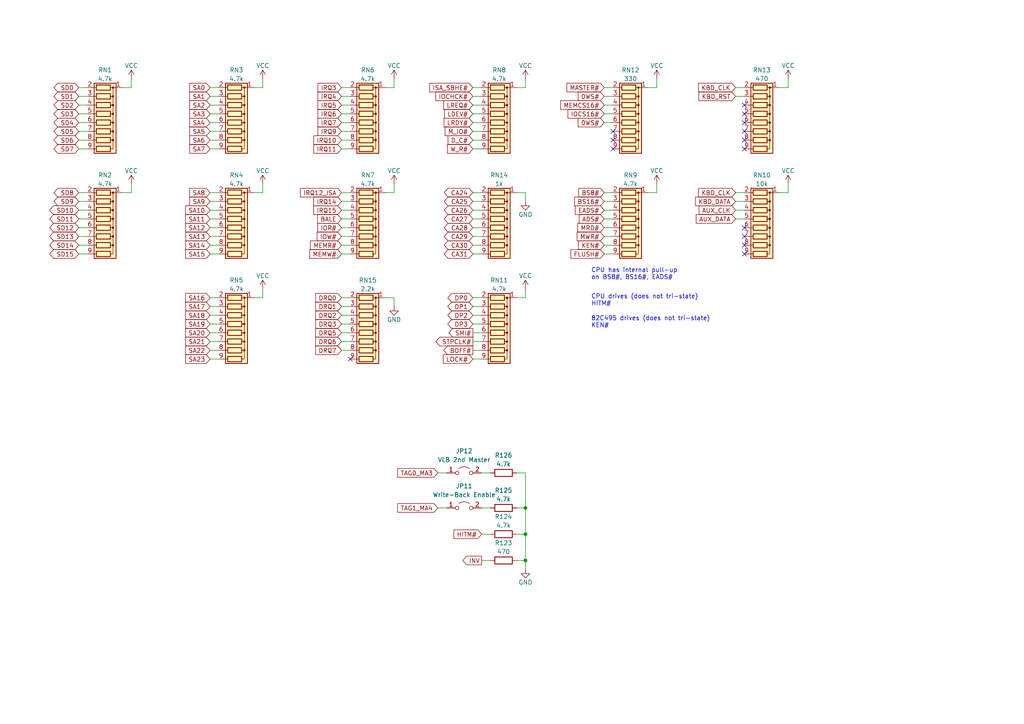
<source format=kicad_sch>
(kicad_sch (version 20211123) (generator eeschema)

  (uuid 15849db9-220e-4afd-b7a0-07e5cbc925e5)

  (paper "A4")

  (title_block
    (title "486 Sandy River Motherboard")
  )

  (lib_symbols
    (symbol "Device:R" (pin_numbers hide) (pin_names (offset 0)) (in_bom yes) (on_board yes)
      (property "Reference" "R" (id 0) (at 2.032 0 90)
        (effects (font (size 1.27 1.27)))
      )
      (property "Value" "R" (id 1) (at 0 0 90)
        (effects (font (size 1.27 1.27)))
      )
      (property "Footprint" "" (id 2) (at -1.778 0 90)
        (effects (font (size 1.27 1.27)) hide)
      )
      (property "Datasheet" "~" (id 3) (at 0 0 0)
        (effects (font (size 1.27 1.27)) hide)
      )
      (property "ki_keywords" "R res resistor" (id 4) (at 0 0 0)
        (effects (font (size 1.27 1.27)) hide)
      )
      (property "ki_description" "Resistor" (id 5) (at 0 0 0)
        (effects (font (size 1.27 1.27)) hide)
      )
      (property "ki_fp_filters" "R_*" (id 6) (at 0 0 0)
        (effects (font (size 1.27 1.27)) hide)
      )
      (symbol "R_0_1"
        (rectangle (start -1.016 -2.54) (end 1.016 2.54)
          (stroke (width 0.254) (type default) (color 0 0 0 0))
          (fill (type none))
        )
      )
      (symbol "R_1_1"
        (pin passive line (at 0 3.81 270) (length 1.27)
          (name "~" (effects (font (size 1.27 1.27))))
          (number "1" (effects (font (size 1.27 1.27))))
        )
        (pin passive line (at 0 -3.81 90) (length 1.27)
          (name "~" (effects (font (size 1.27 1.27))))
          (number "2" (effects (font (size 1.27 1.27))))
        )
      )
    )
    (symbol "Device:R_Network08" (pin_names (offset 0) hide) (in_bom yes) (on_board yes)
      (property "Reference" "RN" (id 0) (at -12.7 0 90)
        (effects (font (size 1.27 1.27)))
      )
      (property "Value" "R_Network08" (id 1) (at 10.16 0 90)
        (effects (font (size 1.27 1.27)))
      )
      (property "Footprint" "Resistor_THT:R_Array_SIP9" (id 2) (at 12.065 0 90)
        (effects (font (size 1.27 1.27)) hide)
      )
      (property "Datasheet" "http://www.vishay.com/docs/31509/csc.pdf" (id 3) (at 0 0 0)
        (effects (font (size 1.27 1.27)) hide)
      )
      (property "ki_keywords" "R network star-topology" (id 4) (at 0 0 0)
        (effects (font (size 1.27 1.27)) hide)
      )
      (property "ki_description" "8 resistor network, star topology, bussed resistors, small symbol" (id 5) (at 0 0 0)
        (effects (font (size 1.27 1.27)) hide)
      )
      (property "ki_fp_filters" "R?Array?SIP*" (id 6) (at 0 0 0)
        (effects (font (size 1.27 1.27)) hide)
      )
      (symbol "R_Network08_0_1"
        (rectangle (start -11.43 -3.175) (end 8.89 3.175)
          (stroke (width 0.254) (type default) (color 0 0 0 0))
          (fill (type background))
        )
        (rectangle (start -10.922 1.524) (end -9.398 -2.54)
          (stroke (width 0.254) (type default) (color 0 0 0 0))
          (fill (type none))
        )
        (circle (center -10.16 2.286) (radius 0.254)
          (stroke (width 0) (type default) (color 0 0 0 0))
          (fill (type outline))
        )
        (rectangle (start -8.382 1.524) (end -6.858 -2.54)
          (stroke (width 0.254) (type default) (color 0 0 0 0))
          (fill (type none))
        )
        (circle (center -7.62 2.286) (radius 0.254)
          (stroke (width 0) (type default) (color 0 0 0 0))
          (fill (type outline))
        )
        (rectangle (start -5.842 1.524) (end -4.318 -2.54)
          (stroke (width 0.254) (type default) (color 0 0 0 0))
          (fill (type none))
        )
        (circle (center -5.08 2.286) (radius 0.254)
          (stroke (width 0) (type default) (color 0 0 0 0))
          (fill (type outline))
        )
        (rectangle (start -3.302 1.524) (end -1.778 -2.54)
          (stroke (width 0.254) (type default) (color 0 0 0 0))
          (fill (type none))
        )
        (circle (center -2.54 2.286) (radius 0.254)
          (stroke (width 0) (type default) (color 0 0 0 0))
          (fill (type outline))
        )
        (rectangle (start -0.762 1.524) (end 0.762 -2.54)
          (stroke (width 0.254) (type default) (color 0 0 0 0))
          (fill (type none))
        )
        (polyline
          (pts
            (xy -10.16 -2.54)
            (xy -10.16 -3.81)
          )
          (stroke (width 0) (type default) (color 0 0 0 0))
          (fill (type none))
        )
        (polyline
          (pts
            (xy -7.62 -2.54)
            (xy -7.62 -3.81)
          )
          (stroke (width 0) (type default) (color 0 0 0 0))
          (fill (type none))
        )
        (polyline
          (pts
            (xy -5.08 -2.54)
            (xy -5.08 -3.81)
          )
          (stroke (width 0) (type default) (color 0 0 0 0))
          (fill (type none))
        )
        (polyline
          (pts
            (xy -2.54 -2.54)
            (xy -2.54 -3.81)
          )
          (stroke (width 0) (type default) (color 0 0 0 0))
          (fill (type none))
        )
        (polyline
          (pts
            (xy 0 -2.54)
            (xy 0 -3.81)
          )
          (stroke (width 0) (type default) (color 0 0 0 0))
          (fill (type none))
        )
        (polyline
          (pts
            (xy 2.54 -2.54)
            (xy 2.54 -3.81)
          )
          (stroke (width 0) (type default) (color 0 0 0 0))
          (fill (type none))
        )
        (polyline
          (pts
            (xy 5.08 -2.54)
            (xy 5.08 -3.81)
          )
          (stroke (width 0) (type default) (color 0 0 0 0))
          (fill (type none))
        )
        (polyline
          (pts
            (xy 7.62 -2.54)
            (xy 7.62 -3.81)
          )
          (stroke (width 0) (type default) (color 0 0 0 0))
          (fill (type none))
        )
        (polyline
          (pts
            (xy -10.16 1.524)
            (xy -10.16 2.286)
            (xy -7.62 2.286)
            (xy -7.62 1.524)
          )
          (stroke (width 0) (type default) (color 0 0 0 0))
          (fill (type none))
        )
        (polyline
          (pts
            (xy -7.62 1.524)
            (xy -7.62 2.286)
            (xy -5.08 2.286)
            (xy -5.08 1.524)
          )
          (stroke (width 0) (type default) (color 0 0 0 0))
          (fill (type none))
        )
        (polyline
          (pts
            (xy -5.08 1.524)
            (xy -5.08 2.286)
            (xy -2.54 2.286)
            (xy -2.54 1.524)
          )
          (stroke (width 0) (type default) (color 0 0 0 0))
          (fill (type none))
        )
        (polyline
          (pts
            (xy -2.54 1.524)
            (xy -2.54 2.286)
            (xy 0 2.286)
            (xy 0 1.524)
          )
          (stroke (width 0) (type default) (color 0 0 0 0))
          (fill (type none))
        )
        (polyline
          (pts
            (xy 0 1.524)
            (xy 0 2.286)
            (xy 2.54 2.286)
            (xy 2.54 1.524)
          )
          (stroke (width 0) (type default) (color 0 0 0 0))
          (fill (type none))
        )
        (polyline
          (pts
            (xy 2.54 1.524)
            (xy 2.54 2.286)
            (xy 5.08 2.286)
            (xy 5.08 1.524)
          )
          (stroke (width 0) (type default) (color 0 0 0 0))
          (fill (type none))
        )
        (polyline
          (pts
            (xy 5.08 1.524)
            (xy 5.08 2.286)
            (xy 7.62 2.286)
            (xy 7.62 1.524)
          )
          (stroke (width 0) (type default) (color 0 0 0 0))
          (fill (type none))
        )
        (circle (center 0 2.286) (radius 0.254)
          (stroke (width 0) (type default) (color 0 0 0 0))
          (fill (type outline))
        )
        (rectangle (start 1.778 1.524) (end 3.302 -2.54)
          (stroke (width 0.254) (type default) (color 0 0 0 0))
          (fill (type none))
        )
        (circle (center 2.54 2.286) (radius 0.254)
          (stroke (width 0) (type default) (color 0 0 0 0))
          (fill (type outline))
        )
        (rectangle (start 4.318 1.524) (end 5.842 -2.54)
          (stroke (width 0.254) (type default) (color 0 0 0 0))
          (fill (type none))
        )
        (circle (center 5.08 2.286) (radius 0.254)
          (stroke (width 0) (type default) (color 0 0 0 0))
          (fill (type outline))
        )
        (rectangle (start 6.858 1.524) (end 8.382 -2.54)
          (stroke (width 0.254) (type default) (color 0 0 0 0))
          (fill (type none))
        )
      )
      (symbol "R_Network08_1_1"
        (pin passive line (at -10.16 5.08 270) (length 2.54)
          (name "common" (effects (font (size 1.27 1.27))))
          (number "1" (effects (font (size 1.27 1.27))))
        )
        (pin passive line (at -10.16 -5.08 90) (length 1.27)
          (name "R1" (effects (font (size 1.27 1.27))))
          (number "2" (effects (font (size 1.27 1.27))))
        )
        (pin passive line (at -7.62 -5.08 90) (length 1.27)
          (name "R2" (effects (font (size 1.27 1.27))))
          (number "3" (effects (font (size 1.27 1.27))))
        )
        (pin passive line (at -5.08 -5.08 90) (length 1.27)
          (name "R3" (effects (font (size 1.27 1.27))))
          (number "4" (effects (font (size 1.27 1.27))))
        )
        (pin passive line (at -2.54 -5.08 90) (length 1.27)
          (name "R4" (effects (font (size 1.27 1.27))))
          (number "5" (effects (font (size 1.27 1.27))))
        )
        (pin passive line (at 0 -5.08 90) (length 1.27)
          (name "R5" (effects (font (size 1.27 1.27))))
          (number "6" (effects (font (size 1.27 1.27))))
        )
        (pin passive line (at 2.54 -5.08 90) (length 1.27)
          (name "R6" (effects (font (size 1.27 1.27))))
          (number "7" (effects (font (size 1.27 1.27))))
        )
        (pin passive line (at 5.08 -5.08 90) (length 1.27)
          (name "R7" (effects (font (size 1.27 1.27))))
          (number "8" (effects (font (size 1.27 1.27))))
        )
        (pin passive line (at 7.62 -5.08 90) (length 1.27)
          (name "R8" (effects (font (size 1.27 1.27))))
          (number "9" (effects (font (size 1.27 1.27))))
        )
      )
    )
    (symbol "Jumper:Jumper_2_Open" (pin_names (offset 0) hide) (in_bom yes) (on_board yes)
      (property "Reference" "JP" (id 0) (at 0 2.794 0)
        (effects (font (size 1.27 1.27)))
      )
      (property "Value" "Jumper_2_Open" (id 1) (at 0 -2.286 0)
        (effects (font (size 1.27 1.27)))
      )
      (property "Footprint" "" (id 2) (at 0 0 0)
        (effects (font (size 1.27 1.27)) hide)
      )
      (property "Datasheet" "~" (id 3) (at 0 0 0)
        (effects (font (size 1.27 1.27)) hide)
      )
      (property "ki_keywords" "Jumper SPST" (id 4) (at 0 0 0)
        (effects (font (size 1.27 1.27)) hide)
      )
      (property "ki_description" "Jumper, 2-pole, open" (id 5) (at 0 0 0)
        (effects (font (size 1.27 1.27)) hide)
      )
      (property "ki_fp_filters" "Jumper* TestPoint*2Pads* TestPoint*Bridge*" (id 6) (at 0 0 0)
        (effects (font (size 1.27 1.27)) hide)
      )
      (symbol "Jumper_2_Open_0_0"
        (circle (center -2.032 0) (radius 0.508)
          (stroke (width 0) (type default) (color 0 0 0 0))
          (fill (type none))
        )
        (circle (center 2.032 0) (radius 0.508)
          (stroke (width 0) (type default) (color 0 0 0 0))
          (fill (type none))
        )
      )
      (symbol "Jumper_2_Open_0_1"
        (arc (start 1.524 1.27) (mid 0 1.778) (end -1.524 1.27)
          (stroke (width 0) (type default) (color 0 0 0 0))
          (fill (type none))
        )
      )
      (symbol "Jumper_2_Open_1_1"
        (pin passive line (at -5.08 0 0) (length 2.54)
          (name "A" (effects (font (size 1.27 1.27))))
          (number "1" (effects (font (size 1.27 1.27))))
        )
        (pin passive line (at 5.08 0 180) (length 2.54)
          (name "B" (effects (font (size 1.27 1.27))))
          (number "2" (effects (font (size 1.27 1.27))))
        )
      )
    )
    (symbol "power:GND" (power) (pin_names (offset 0)) (in_bom yes) (on_board yes)
      (property "Reference" "#PWR" (id 0) (at 0 -6.35 0)
        (effects (font (size 1.27 1.27)) hide)
      )
      (property "Value" "GND" (id 1) (at 0 -3.81 0)
        (effects (font (size 1.27 1.27)))
      )
      (property "Footprint" "" (id 2) (at 0 0 0)
        (effects (font (size 1.27 1.27)) hide)
      )
      (property "Datasheet" "" (id 3) (at 0 0 0)
        (effects (font (size 1.27 1.27)) hide)
      )
      (property "ki_keywords" "power-flag" (id 4) (at 0 0 0)
        (effects (font (size 1.27 1.27)) hide)
      )
      (property "ki_description" "Power symbol creates a global label with name \"GND\" , ground" (id 5) (at 0 0 0)
        (effects (font (size 1.27 1.27)) hide)
      )
      (symbol "GND_0_1"
        (polyline
          (pts
            (xy 0 0)
            (xy 0 -1.27)
            (xy 1.27 -1.27)
            (xy 0 -2.54)
            (xy -1.27 -1.27)
            (xy 0 -1.27)
          )
          (stroke (width 0) (type default) (color 0 0 0 0))
          (fill (type none))
        )
      )
      (symbol "GND_1_1"
        (pin power_in line (at 0 0 270) (length 0) hide
          (name "GND" (effects (font (size 1.27 1.27))))
          (number "1" (effects (font (size 1.27 1.27))))
        )
      )
    )
    (symbol "power:VCC" (power) (pin_names (offset 0)) (in_bom yes) (on_board yes)
      (property "Reference" "#PWR" (id 0) (at 0 -3.81 0)
        (effects (font (size 1.27 1.27)) hide)
      )
      (property "Value" "VCC" (id 1) (at 0 3.81 0)
        (effects (font (size 1.27 1.27)))
      )
      (property "Footprint" "" (id 2) (at 0 0 0)
        (effects (font (size 1.27 1.27)) hide)
      )
      (property "Datasheet" "" (id 3) (at 0 0 0)
        (effects (font (size 1.27 1.27)) hide)
      )
      (property "ki_keywords" "power-flag" (id 4) (at 0 0 0)
        (effects (font (size 1.27 1.27)) hide)
      )
      (property "ki_description" "Power symbol creates a global label with name \"VCC\"" (id 5) (at 0 0 0)
        (effects (font (size 1.27 1.27)) hide)
      )
      (symbol "VCC_0_1"
        (polyline
          (pts
            (xy -0.762 1.27)
            (xy 0 2.54)
          )
          (stroke (width 0) (type default) (color 0 0 0 0))
          (fill (type none))
        )
        (polyline
          (pts
            (xy 0 0)
            (xy 0 2.54)
          )
          (stroke (width 0) (type default) (color 0 0 0 0))
          (fill (type none))
        )
        (polyline
          (pts
            (xy 0 2.54)
            (xy 0.762 1.27)
          )
          (stroke (width 0) (type default) (color 0 0 0 0))
          (fill (type none))
        )
      )
      (symbol "VCC_1_1"
        (pin power_in line (at 0 0 90) (length 0) hide
          (name "VCC" (effects (font (size 1.27 1.27))))
          (number "1" (effects (font (size 1.27 1.27))))
        )
      )
    )
  )


  (junction (at 152.4 154.94) (diameter 0) (color 0 0 0 0)
    (uuid a4c4d437-bfda-443b-b6ba-40a4fa35f626)
  )
  (junction (at 152.4 162.56) (diameter 0) (color 0 0 0 0)
    (uuid bea25862-abba-489f-bceb-f737bbb678c5)
  )
  (junction (at 152.4 147.32) (diameter 0) (color 0 0 0 0)
    (uuid db076b15-ed3c-497e-91a0-4c967b3f7f23)
  )

  (no_connect (at 215.9 35.56) (uuid 00614f02-5f74-445d-b8a3-482b8dcb3aea))
  (no_connect (at 215.9 43.18) (uuid 03de85dc-b128-49ac-8b1c-15f0b91dca0a))
  (no_connect (at 215.9 38.1) (uuid 39d4d534-3997-4fb4-b0b6-d0e644ff29b2))
  (no_connect (at 215.9 66.04) (uuid 45d251bd-4b8c-43e0-a1a3-865b3e4a5a83))
  (no_connect (at 177.8 40.64) (uuid 494350ab-d17d-4de3-8b96-f15451154d6a))
  (no_connect (at 177.8 43.18) (uuid 51153875-01b9-46f2-8b14-6306c8586588))
  (no_connect (at 215.9 30.48) (uuid 51854738-fa9c-4052-b2b8-d2dde367270a))
  (no_connect (at 215.9 71.12) (uuid 5821604d-5ceb-420a-b7e4-ba8f3233a4b7))
  (no_connect (at 215.9 40.64) (uuid 62a86672-b56e-46bd-bc25-5c0442dd543c))
  (no_connect (at 215.9 73.66) (uuid 7924cdcb-45b3-439a-a58e-4e78f2ff9e7a))
  (no_connect (at 177.8 38.1) (uuid ae113a97-dd90-42bf-96ea-bb92e7431ac6))
  (no_connect (at 101.6 104.14) (uuid b28b3aad-ce7a-4d5e-8b52-2d16de7b6b1e))
  (no_connect (at 215.9 33.02) (uuid c7d063b0-344e-43df-a36a-e52b467e2d0c))
  (no_connect (at 215.9 68.58) (uuid cc268aca-4ea7-4c71-a771-346b177957a8))

  (wire (pts (xy 60.96 55.88) (xy 63.5 55.88))
    (stroke (width 0) (type default) (color 0 0 0 0))
    (uuid 01f83146-4808-4dce-868e-509173e2f2d2)
  )
  (wire (pts (xy 99.06 43.18) (xy 101.6 43.18))
    (stroke (width 0) (type default) (color 0 0 0 0))
    (uuid 02bc6b3e-0522-400e-b6b8-d18c2cfd2960)
  )
  (wire (pts (xy 139.7 93.98) (xy 137.16 93.98))
    (stroke (width 0) (type default) (color 0 0 0 0))
    (uuid 067b3699-1a46-41cc-9c7c-3cbbde83e2fb)
  )
  (wire (pts (xy 38.1 55.88) (xy 38.1 53.34))
    (stroke (width 0) (type default) (color 0 0 0 0))
    (uuid 0862a9b0-7459-4a5b-8ff5-5feddf0d18fe)
  )
  (wire (pts (xy 60.96 93.98) (xy 63.5 93.98))
    (stroke (width 0) (type default) (color 0 0 0 0))
    (uuid 09446760-860d-46e4-a2cb-b4efb2197664)
  )
  (wire (pts (xy 215.9 58.42) (xy 213.36 58.42))
    (stroke (width 0) (type default) (color 0 0 0 0))
    (uuid 0a2b5435-df6f-448f-96cd-9db62b5b9e70)
  )
  (wire (pts (xy 99.06 38.1) (xy 101.6 38.1))
    (stroke (width 0) (type default) (color 0 0 0 0))
    (uuid 0b9e7ca0-9d50-423a-94c8-1dda9a2eaa73)
  )
  (wire (pts (xy 22.86 73.66) (xy 25.4 73.66))
    (stroke (width 0) (type default) (color 0 0 0 0))
    (uuid 0bedad37-3e3c-4266-b4c1-07c7e3d0463e)
  )
  (wire (pts (xy 60.96 71.12) (xy 63.5 71.12))
    (stroke (width 0) (type default) (color 0 0 0 0))
    (uuid 0ddd913a-01fd-481e-b154-5f1b5423e9cd)
  )
  (wire (pts (xy 99.06 33.02) (xy 101.6 33.02))
    (stroke (width 0) (type default) (color 0 0 0 0))
    (uuid 0f426fa1-fc2f-405a-ad53-6e830f7ee04b)
  )
  (wire (pts (xy 187.96 55.88) (xy 190.5 55.88))
    (stroke (width 0) (type default) (color 0 0 0 0))
    (uuid 0fe1f74e-4cc8-412d-b8bc-832159a1ad3e)
  )
  (wire (pts (xy 114.3 55.88) (xy 114.3 53.34))
    (stroke (width 0) (type default) (color 0 0 0 0))
    (uuid 115c8e86-c44c-49a7-bc69-7044c5ce83c9)
  )
  (wire (pts (xy 22.86 68.58) (xy 25.4 68.58))
    (stroke (width 0) (type default) (color 0 0 0 0))
    (uuid 146b4319-9474-44ef-b1d5-69dbae1dd3b4)
  )
  (wire (pts (xy 99.06 63.5) (xy 101.6 63.5))
    (stroke (width 0) (type default) (color 0 0 0 0))
    (uuid 18c86c44-f8fe-4b42-a28c-0fca03224b5f)
  )
  (wire (pts (xy 142.24 147.32) (xy 139.7 147.32))
    (stroke (width 0) (type default) (color 0 0 0 0))
    (uuid 18ca81dd-94c5-4d8f-956e-df7c87fd0b93)
  )
  (wire (pts (xy 22.86 25.4) (xy 25.4 25.4))
    (stroke (width 0) (type default) (color 0 0 0 0))
    (uuid 1d4ec9d6-b4f1-4935-a655-c469bc01feb9)
  )
  (wire (pts (xy 60.96 96.52) (xy 63.5 96.52))
    (stroke (width 0) (type default) (color 0 0 0 0))
    (uuid 1e6b4bb3-3eca-4d8f-9fee-303ed579a46d)
  )
  (wire (pts (xy 22.86 35.56) (xy 25.4 35.56))
    (stroke (width 0) (type default) (color 0 0 0 0))
    (uuid 206ace7c-6dae-4c64-b30f-758119e57387)
  )
  (wire (pts (xy 190.5 25.4) (xy 190.5 22.86))
    (stroke (width 0) (type default) (color 0 0 0 0))
    (uuid 20a43104-38cb-4a67-8590-5917234169dc)
  )
  (wire (pts (xy 99.06 68.58) (xy 101.6 68.58))
    (stroke (width 0) (type default) (color 0 0 0 0))
    (uuid 23fd8ab2-9115-4418-91e6-98eecb4fbf95)
  )
  (wire (pts (xy 99.06 30.48) (xy 101.6 30.48))
    (stroke (width 0) (type default) (color 0 0 0 0))
    (uuid 2418aed3-fab0-4ebf-be99-31f25345da31)
  )
  (wire (pts (xy 137.16 25.4) (xy 139.7 25.4))
    (stroke (width 0) (type default) (color 0 0 0 0))
    (uuid 27785605-ef8c-4fa7-8f40-8dba236a9cba)
  )
  (wire (pts (xy 175.26 73.66) (xy 177.8 73.66))
    (stroke (width 0) (type default) (color 0 0 0 0))
    (uuid 278f19a2-5733-4692-9e34-9325919f9eaf)
  )
  (wire (pts (xy 177.8 30.48) (xy 175.26 30.48))
    (stroke (width 0) (type default) (color 0 0 0 0))
    (uuid 279cd597-6735-4af4-af86-33cfd2693447)
  )
  (wire (pts (xy 99.06 96.52) (xy 101.6 96.52))
    (stroke (width 0) (type default) (color 0 0 0 0))
    (uuid 2923af67-92f1-438c-9cec-9c0efa70f5c2)
  )
  (wire (pts (xy 137.16 33.02) (xy 139.7 33.02))
    (stroke (width 0) (type default) (color 0 0 0 0))
    (uuid 29440566-f617-45c7-8f5f-efafe2f0d24b)
  )
  (wire (pts (xy 137.16 55.88) (xy 139.7 55.88))
    (stroke (width 0) (type default) (color 0 0 0 0))
    (uuid 29ec1054-96e5-4371-8fe7-f31c027b27f9)
  )
  (wire (pts (xy 99.06 25.4) (xy 101.6 25.4))
    (stroke (width 0) (type default) (color 0 0 0 0))
    (uuid 2c7f194e-4495-4fdc-8feb-e71a81fd860a)
  )
  (wire (pts (xy 175.26 68.58) (xy 177.8 68.58))
    (stroke (width 0) (type default) (color 0 0 0 0))
    (uuid 2ce8fc04-dee9-4db8-90b8-839b250529bc)
  )
  (wire (pts (xy 175.26 55.88) (xy 177.8 55.88))
    (stroke (width 0) (type default) (color 0 0 0 0))
    (uuid 2d950027-8eed-46d2-abb8-2762744219c2)
  )
  (wire (pts (xy 60.96 35.56) (xy 63.5 35.56))
    (stroke (width 0) (type default) (color 0 0 0 0))
    (uuid 2dc6e2fb-c613-4b10-8cd4-8c427cd8b3b9)
  )
  (wire (pts (xy 175.26 27.94) (xy 177.8 27.94))
    (stroke (width 0) (type default) (color 0 0 0 0))
    (uuid 2e955124-6939-410c-81be-086896fd0cd7)
  )
  (wire (pts (xy 137.16 27.94) (xy 139.7 27.94))
    (stroke (width 0) (type default) (color 0 0 0 0))
    (uuid 2f680110-9ea0-4f48-b5a6-990648d3cde2)
  )
  (wire (pts (xy 73.66 86.36) (xy 76.2 86.36))
    (stroke (width 0) (type default) (color 0 0 0 0))
    (uuid 306ffac2-e971-4e23-bc08-cf0f4dfd52da)
  )
  (wire (pts (xy 149.86 137.16) (xy 152.4 137.16))
    (stroke (width 0) (type default) (color 0 0 0 0))
    (uuid 3154fe1e-b45f-4d3b-8bab-828e398110b6)
  )
  (wire (pts (xy 60.96 25.4) (xy 63.5 25.4))
    (stroke (width 0) (type default) (color 0 0 0 0))
    (uuid 327c7a09-4eab-4720-836f-192dc5a1409c)
  )
  (wire (pts (xy 187.96 25.4) (xy 190.5 25.4))
    (stroke (width 0) (type default) (color 0 0 0 0))
    (uuid 3334571c-c306-4b79-9192-949abe8085c3)
  )
  (wire (pts (xy 149.86 162.56) (xy 152.4 162.56))
    (stroke (width 0) (type default) (color 0 0 0 0))
    (uuid 33529587-bbb4-4ca0-bcdf-15fd64295461)
  )
  (wire (pts (xy 139.7 162.56) (xy 142.24 162.56))
    (stroke (width 0) (type default) (color 0 0 0 0))
    (uuid 345d0db5-afa8-4790-839b-293d8c7171b3)
  )
  (wire (pts (xy 139.7 68.58) (xy 137.16 68.58))
    (stroke (width 0) (type default) (color 0 0 0 0))
    (uuid 393f0e56-c2d5-4ea4-8463-50265bc94d2d)
  )
  (wire (pts (xy 22.86 71.12) (xy 25.4 71.12))
    (stroke (width 0) (type default) (color 0 0 0 0))
    (uuid 39e0f00a-b805-421f-8ed9-5c24ef6aaebe)
  )
  (wire (pts (xy 101.6 99.06) (xy 99.06 99.06))
    (stroke (width 0) (type default) (color 0 0 0 0))
    (uuid 3a8d75eb-08de-4bf6-ad23-f62b27a89da1)
  )
  (wire (pts (xy 152.4 25.4) (xy 152.4 22.86))
    (stroke (width 0) (type default) (color 0 0 0 0))
    (uuid 3b74bf39-a850-41ab-80d6-abe0d70218a3)
  )
  (wire (pts (xy 22.86 55.88) (xy 25.4 55.88))
    (stroke (width 0) (type default) (color 0 0 0 0))
    (uuid 3db2b854-567f-4631-b764-bc8442698c9a)
  )
  (wire (pts (xy 22.86 40.64) (xy 25.4 40.64))
    (stroke (width 0) (type default) (color 0 0 0 0))
    (uuid 407396c7-a5e2-4ecf-b616-5f9c7dafa52b)
  )
  (wire (pts (xy 60.96 40.64) (xy 63.5 40.64))
    (stroke (width 0) (type default) (color 0 0 0 0))
    (uuid 42198247-7404-4437-9b4d-7a47b904f11e)
  )
  (wire (pts (xy 215.9 63.5) (xy 213.36 63.5))
    (stroke (width 0) (type default) (color 0 0 0 0))
    (uuid 4373547b-d3a9-4735-9a12-7e388d4b1d9d)
  )
  (wire (pts (xy 99.06 27.94) (xy 101.6 27.94))
    (stroke (width 0) (type default) (color 0 0 0 0))
    (uuid 4512e1de-1ae8-4271-aab5-cfad75ab4cbf)
  )
  (wire (pts (xy 177.8 25.4) (xy 175.26 25.4))
    (stroke (width 0) (type default) (color 0 0 0 0))
    (uuid 4b325ae5-e73e-4571-bbb6-af750e7a58b8)
  )
  (wire (pts (xy 111.76 55.88) (xy 114.3 55.88))
    (stroke (width 0) (type default) (color 0 0 0 0))
    (uuid 4b9a1e55-d75d-425c-9459-6ce1d0c58dbe)
  )
  (wire (pts (xy 137.16 104.14) (xy 139.7 104.14))
    (stroke (width 0) (type default) (color 0 0 0 0))
    (uuid 4bccbd24-4903-4ab1-b103-73c4cb552b83)
  )
  (wire (pts (xy 139.7 154.94) (xy 142.24 154.94))
    (stroke (width 0) (type default) (color 0 0 0 0))
    (uuid 4d68bfd0-600e-4f1c-a4c7-76529ae0afbb)
  )
  (wire (pts (xy 137.16 43.18) (xy 139.7 43.18))
    (stroke (width 0) (type default) (color 0 0 0 0))
    (uuid 4f0dfebc-e7f6-45a5-9f1e-4a46e29fdb26)
  )
  (wire (pts (xy 149.86 147.32) (xy 152.4 147.32))
    (stroke (width 0) (type default) (color 0 0 0 0))
    (uuid 52a1d204-b22e-4db5-8d92-714309c2afa6)
  )
  (wire (pts (xy 215.9 60.96) (xy 213.36 60.96))
    (stroke (width 0) (type default) (color 0 0 0 0))
    (uuid 55b6b040-a746-4424-a5b4-1f45a1d15120)
  )
  (wire (pts (xy 129.54 147.32) (xy 127 147.32))
    (stroke (width 0) (type default) (color 0 0 0 0))
    (uuid 572bf966-40b4-4074-84f8-0470619143e0)
  )
  (wire (pts (xy 99.06 73.66) (xy 101.6 73.66))
    (stroke (width 0) (type default) (color 0 0 0 0))
    (uuid 5af7677d-8b5c-4dfa-a482-9a873acac0d3)
  )
  (wire (pts (xy 137.16 63.5) (xy 139.7 63.5))
    (stroke (width 0) (type default) (color 0 0 0 0))
    (uuid 5e066231-f8d2-43bf-bff3-80c6fb0c9c86)
  )
  (wire (pts (xy 226.06 55.88) (xy 228.6 55.88))
    (stroke (width 0) (type default) (color 0 0 0 0))
    (uuid 5e3ca9e8-0260-4e6b-9246-fb1c6934f35f)
  )
  (wire (pts (xy 137.16 66.04) (xy 139.7 66.04))
    (stroke (width 0) (type default) (color 0 0 0 0))
    (uuid 61dc775a-14c7-4cce-be48-c5d6e8045697)
  )
  (wire (pts (xy 22.86 27.94) (xy 25.4 27.94))
    (stroke (width 0) (type default) (color 0 0 0 0))
    (uuid 62faf466-a5e1-4997-954a-e3f3f47e0a99)
  )
  (wire (pts (xy 139.7 88.9) (xy 137.16 88.9))
    (stroke (width 0) (type default) (color 0 0 0 0))
    (uuid 638492c1-39c4-4e69-a3a1-232b324e5b21)
  )
  (wire (pts (xy 22.86 38.1) (xy 25.4 38.1))
    (stroke (width 0) (type default) (color 0 0 0 0))
    (uuid 64272f01-95d4-4c13-ba7c-3f30a36f0035)
  )
  (wire (pts (xy 60.96 99.06) (xy 63.5 99.06))
    (stroke (width 0) (type default) (color 0 0 0 0))
    (uuid 6489fbbd-1bc4-4ea3-ab88-9e537d0c503b)
  )
  (wire (pts (xy 137.16 96.52) (xy 139.7 96.52))
    (stroke (width 0) (type default) (color 0 0 0 0))
    (uuid 651c91fd-ec54-4600-b738-56cbf235205c)
  )
  (wire (pts (xy 60.96 101.6) (xy 63.5 101.6))
    (stroke (width 0) (type default) (color 0 0 0 0))
    (uuid 65a8b55e-a85b-43de-a7c0-277e3d0e143e)
  )
  (wire (pts (xy 149.86 86.36) (xy 152.4 86.36))
    (stroke (width 0) (type default) (color 0 0 0 0))
    (uuid 660190eb-2890-4958-8da2-d63590e8e03c)
  )
  (wire (pts (xy 114.3 25.4) (xy 114.3 22.86))
    (stroke (width 0) (type default) (color 0 0 0 0))
    (uuid 66aa1bc3-ffb7-43d4-88ae-6c86417d54bc)
  )
  (wire (pts (xy 152.4 147.32) (xy 152.4 154.94))
    (stroke (width 0) (type default) (color 0 0 0 0))
    (uuid 6793a3ff-08b6-42e1-b9fd-e5b5d7259e5d)
  )
  (wire (pts (xy 60.96 38.1) (xy 63.5 38.1))
    (stroke (width 0) (type default) (color 0 0 0 0))
    (uuid 68b1cfb0-f603-4a17-a333-c498c12b2e4f)
  )
  (wire (pts (xy 60.96 60.96) (xy 63.5 60.96))
    (stroke (width 0) (type default) (color 0 0 0 0))
    (uuid 68d5716c-39ed-4b45-ac19-32a5be0d9a55)
  )
  (wire (pts (xy 99.06 91.44) (xy 101.6 91.44))
    (stroke (width 0) (type default) (color 0 0 0 0))
    (uuid 6a208df9-979b-4538-9095-200a47936ed0)
  )
  (wire (pts (xy 76.2 55.88) (xy 76.2 53.34))
    (stroke (width 0) (type default) (color 0 0 0 0))
    (uuid 6e9efc33-f983-4f3b-8a53-1b607511aaf7)
  )
  (wire (pts (xy 139.7 86.36) (xy 137.16 86.36))
    (stroke (width 0) (type default) (color 0 0 0 0))
    (uuid 72f86fac-1de9-4853-b551-bbe9529da2a3)
  )
  (wire (pts (xy 60.96 68.58) (xy 63.5 68.58))
    (stroke (width 0) (type default) (color 0 0 0 0))
    (uuid 739b591f-ee89-4e4b-a089-6321966edc77)
  )
  (wire (pts (xy 22.86 63.5) (xy 25.4 63.5))
    (stroke (width 0) (type default) (color 0 0 0 0))
    (uuid 75640a86-c7da-4929-8b77-923b3c6bee6b)
  )
  (wire (pts (xy 60.96 104.14) (xy 63.5 104.14))
    (stroke (width 0) (type default) (color 0 0 0 0))
    (uuid 75ba5b33-e060-4096-9e03-9e491baa032d)
  )
  (wire (pts (xy 60.96 88.9) (xy 63.5 88.9))
    (stroke (width 0) (type default) (color 0 0 0 0))
    (uuid 77257261-5047-4726-8bb9-c51a3d9690d5)
  )
  (wire (pts (xy 22.86 33.02) (xy 25.4 33.02))
    (stroke (width 0) (type default) (color 0 0 0 0))
    (uuid 791f08b2-190f-425b-84e1-3aec99a46611)
  )
  (wire (pts (xy 152.4 55.88) (xy 152.4 58.42))
    (stroke (width 0) (type default) (color 0 0 0 0))
    (uuid 7a6f4622-4213-4c81-84d2-b9b224d2a864)
  )
  (wire (pts (xy 22.86 30.48) (xy 25.4 30.48))
    (stroke (width 0) (type default) (color 0 0 0 0))
    (uuid 7afec855-ed33-4dd1-8a74-3d2203c81740)
  )
  (wire (pts (xy 73.66 25.4) (xy 76.2 25.4))
    (stroke (width 0) (type default) (color 0 0 0 0))
    (uuid 7b52fe8c-70c2-40ad-a3fc-6605c636d0aa)
  )
  (wire (pts (xy 137.16 35.56) (xy 139.7 35.56))
    (stroke (width 0) (type default) (color 0 0 0 0))
    (uuid 7bd5b512-af4d-43db-aa46-0fc231d1db36)
  )
  (wire (pts (xy 175.26 33.02) (xy 177.8 33.02))
    (stroke (width 0) (type default) (color 0 0 0 0))
    (uuid 7c2c7978-0926-492c-8e3d-93ac33c3f226)
  )
  (wire (pts (xy 22.86 66.04) (xy 25.4 66.04))
    (stroke (width 0) (type default) (color 0 0 0 0))
    (uuid 7ff53ce7-3b96-4229-89d1-8f8a87153527)
  )
  (wire (pts (xy 149.86 55.88) (xy 152.4 55.88))
    (stroke (width 0) (type default) (color 0 0 0 0))
    (uuid 838ac53b-3ec1-4b97-9af6-c64a64ade18e)
  )
  (wire (pts (xy 60.96 66.04) (xy 63.5 66.04))
    (stroke (width 0) (type default) (color 0 0 0 0))
    (uuid 8642366e-14d5-4a4a-acc5-de8c0e7dc7d5)
  )
  (wire (pts (xy 99.06 58.42) (xy 101.6 58.42))
    (stroke (width 0) (type default) (color 0 0 0 0))
    (uuid 88437818-a1b8-44b4-bc00-e42bba625dc9)
  )
  (wire (pts (xy 99.06 71.12) (xy 101.6 71.12))
    (stroke (width 0) (type default) (color 0 0 0 0))
    (uuid 89a5c41e-d361-4706-aae5-5c9b84b69e11)
  )
  (wire (pts (xy 111.76 25.4) (xy 114.3 25.4))
    (stroke (width 0) (type default) (color 0 0 0 0))
    (uuid 8acaf6b9-a3a5-456a-a486-3bf8ee9b4b79)
  )
  (wire (pts (xy 152.4 154.94) (xy 152.4 162.56))
    (stroke (width 0) (type default) (color 0 0 0 0))
    (uuid 8b398452-7864-4ae1-87b2-f3c31f993db8)
  )
  (wire (pts (xy 213.36 27.94) (xy 215.9 27.94))
    (stroke (width 0) (type default) (color 0 0 0 0))
    (uuid 8db28752-04fe-4bac-819e-f19842492596)
  )
  (wire (pts (xy 99.06 40.64) (xy 101.6 40.64))
    (stroke (width 0) (type default) (color 0 0 0 0))
    (uuid 8e10817d-5099-439b-9504-1c054cce61ce)
  )
  (wire (pts (xy 60.96 43.18) (xy 63.5 43.18))
    (stroke (width 0) (type default) (color 0 0 0 0))
    (uuid 91660baf-326e-48a4-991d-b0cf8125a873)
  )
  (wire (pts (xy 175.26 66.04) (xy 177.8 66.04))
    (stroke (width 0) (type default) (color 0 0 0 0))
    (uuid 982b7bd6-301a-4a29-b4bb-333ee127a858)
  )
  (wire (pts (xy 60.96 86.36) (xy 63.5 86.36))
    (stroke (width 0) (type default) (color 0 0 0 0))
    (uuid 98dbc2ff-dbef-4a84-a693-3e6ae2982842)
  )
  (wire (pts (xy 142.24 137.16) (xy 139.7 137.16))
    (stroke (width 0) (type default) (color 0 0 0 0))
    (uuid 98f7a6a3-ac69-4163-be23-0a2022dda0b0)
  )
  (wire (pts (xy 175.26 71.12) (xy 177.8 71.12))
    (stroke (width 0) (type default) (color 0 0 0 0))
    (uuid 9a685b37-4a30-4b2a-9c54-4a8e4fc58508)
  )
  (wire (pts (xy 149.86 154.94) (xy 152.4 154.94))
    (stroke (width 0) (type default) (color 0 0 0 0))
    (uuid 9a87bfc4-c304-4037-8ceb-f6545574a9e8)
  )
  (wire (pts (xy 149.86 25.4) (xy 152.4 25.4))
    (stroke (width 0) (type default) (color 0 0 0 0))
    (uuid 9aba9eaa-06af-4d38-b822-b427891cc96f)
  )
  (wire (pts (xy 60.96 33.02) (xy 63.5 33.02))
    (stroke (width 0) (type default) (color 0 0 0 0))
    (uuid 9aea78df-3dca-44b6-a4c7-387472e7d15c)
  )
  (wire (pts (xy 139.7 91.44) (xy 137.16 91.44))
    (stroke (width 0) (type default) (color 0 0 0 0))
    (uuid 9bbfc9f6-2a80-4dea-9ff5-2759035e5aa6)
  )
  (wire (pts (xy 129.54 137.16) (xy 127 137.16))
    (stroke (width 0) (type default) (color 0 0 0 0))
    (uuid 9d98d134-0903-4480-ac01-2f2837a27307)
  )
  (wire (pts (xy 35.56 55.88) (xy 38.1 55.88))
    (stroke (width 0) (type default) (color 0 0 0 0))
    (uuid a593f909-65fb-4700-bd27-abc51f135083)
  )
  (wire (pts (xy 76.2 86.36) (xy 76.2 83.82))
    (stroke (width 0) (type default) (color 0 0 0 0))
    (uuid a8761ae8-82cc-4f21-a73e-d7a72c17af3d)
  )
  (wire (pts (xy 60.96 30.48) (xy 63.5 30.48))
    (stroke (width 0) (type default) (color 0 0 0 0))
    (uuid a92045c5-4f45-4090-af92-e196e8719e05)
  )
  (wire (pts (xy 137.16 99.06) (xy 139.7 99.06))
    (stroke (width 0) (type default) (color 0 0 0 0))
    (uuid acbae352-7edb-481c-9de1-1fbd99403011)
  )
  (wire (pts (xy 152.4 162.56) (xy 152.4 165.1))
    (stroke (width 0) (type default) (color 0 0 0 0))
    (uuid af344df5-f8f1-4300-8c40-51d1681a9cb2)
  )
  (wire (pts (xy 228.6 25.4) (xy 228.6 22.86))
    (stroke (width 0) (type default) (color 0 0 0 0))
    (uuid b4d5ac25-a764-4661-8e59-75c6a5d8b7e8)
  )
  (wire (pts (xy 60.96 91.44) (xy 63.5 91.44))
    (stroke (width 0) (type default) (color 0 0 0 0))
    (uuid b5d3f096-4ffd-4330-ac44-75253f8f3315)
  )
  (wire (pts (xy 137.16 40.64) (xy 139.7 40.64))
    (stroke (width 0) (type default) (color 0 0 0 0))
    (uuid b6c83280-9de8-48fe-abf6-b38751f1f93a)
  )
  (wire (pts (xy 139.7 73.66) (xy 137.16 73.66))
    (stroke (width 0) (type default) (color 0 0 0 0))
    (uuid b7d17bac-1e38-46d5-a98a-e0926b878e04)
  )
  (wire (pts (xy 22.86 60.96) (xy 25.4 60.96))
    (stroke (width 0) (type default) (color 0 0 0 0))
    (uuid b92befd8-ceb5-44db-8e92-e20bd1c458d5)
  )
  (wire (pts (xy 60.96 27.94) (xy 63.5 27.94))
    (stroke (width 0) (type default) (color 0 0 0 0))
    (uuid b9f7803b-2d1f-4d54-9314-0bb75d4d2a99)
  )
  (wire (pts (xy 99.06 35.56) (xy 101.6 35.56))
    (stroke (width 0) (type default) (color 0 0 0 0))
    (uuid baaf558e-dfc4-48a9-a946-c8fcc5540262)
  )
  (wire (pts (xy 137.16 60.96) (xy 139.7 60.96))
    (stroke (width 0) (type default) (color 0 0 0 0))
    (uuid bc234a96-8e81-44f9-b2e6-4514c92af46f)
  )
  (wire (pts (xy 38.1 25.4) (xy 38.1 22.86))
    (stroke (width 0) (type default) (color 0 0 0 0))
    (uuid c0eb397c-0f0a-48f2-a4a7-a39c38857565)
  )
  (wire (pts (xy 175.26 63.5) (xy 177.8 63.5))
    (stroke (width 0) (type default) (color 0 0 0 0))
    (uuid c256589d-83d1-4f06-a2eb-b3eee59a3f04)
  )
  (wire (pts (xy 22.86 58.42) (xy 25.4 58.42))
    (stroke (width 0) (type default) (color 0 0 0 0))
    (uuid c2c03574-5377-4324-aee9-f32dc2ee76d8)
  )
  (wire (pts (xy 73.66 55.88) (xy 76.2 55.88))
    (stroke (width 0) (type default) (color 0 0 0 0))
    (uuid c39275c1-7838-4ebf-8487-0dfef76f3fff)
  )
  (wire (pts (xy 99.06 86.36) (xy 101.6 86.36))
    (stroke (width 0) (type default) (color 0 0 0 0))
    (uuid c4358a16-7fbe-4322-9284-f64d477b6623)
  )
  (wire (pts (xy 101.6 101.6) (xy 99.06 101.6))
    (stroke (width 0) (type default) (color 0 0 0 0))
    (uuid c5b352a6-6b4e-44b1-94d3-3d0f300f9efb)
  )
  (wire (pts (xy 175.26 58.42) (xy 177.8 58.42))
    (stroke (width 0) (type default) (color 0 0 0 0))
    (uuid c6765903-bc36-44e7-9cb8-22f731f64003)
  )
  (wire (pts (xy 76.2 25.4) (xy 76.2 22.86))
    (stroke (width 0) (type default) (color 0 0 0 0))
    (uuid ca099dbc-569b-4f41-bf2b-7fd5a230ebfd)
  )
  (wire (pts (xy 152.4 137.16) (xy 152.4 147.32))
    (stroke (width 0) (type default) (color 0 0 0 0))
    (uuid ca48b8c9-42a1-436b-92cc-1c6a5ab062ae)
  )
  (wire (pts (xy 215.9 25.4) (xy 213.36 25.4))
    (stroke (width 0) (type default) (color 0 0 0 0))
    (uuid ca6bed28-5471-4a76-b6aa-41bb1fbae087)
  )
  (wire (pts (xy 139.7 71.12) (xy 137.16 71.12))
    (stroke (width 0) (type default) (color 0 0 0 0))
    (uuid caaf1f33-3031-4927-a17d-4cf530ad7fd5)
  )
  (wire (pts (xy 99.06 55.88) (xy 101.6 55.88))
    (stroke (width 0) (type default) (color 0 0 0 0))
    (uuid cbf52acc-7d17-4162-af1b-92c9f7574539)
  )
  (wire (pts (xy 215.9 55.88) (xy 213.36 55.88))
    (stroke (width 0) (type default) (color 0 0 0 0))
    (uuid ccf8ec35-bf77-4453-a4d1-8a3097a3a3a3)
  )
  (wire (pts (xy 175.26 35.56) (xy 177.8 35.56))
    (stroke (width 0) (type default) (color 0 0 0 0))
    (uuid ce1420d2-2748-4ed6-89ac-721f9b8252dd)
  )
  (wire (pts (xy 175.26 60.96) (xy 177.8 60.96))
    (stroke (width 0) (type default) (color 0 0 0 0))
    (uuid cf7be387-da08-4d97-a3e9-4ac4123d2c0a)
  )
  (wire (pts (xy 137.16 38.1) (xy 139.7 38.1))
    (stroke (width 0) (type default) (color 0 0 0 0))
    (uuid d227fc0c-bf2f-4fed-b7fc-74a4cfce6442)
  )
  (wire (pts (xy 190.5 55.88) (xy 190.5 53.34))
    (stroke (width 0) (type default) (color 0 0 0 0))
    (uuid d2d5f057-3d3f-4824-ba53-bea972f61938)
  )
  (wire (pts (xy 60.96 73.66) (xy 63.5 73.66))
    (stroke (width 0) (type default) (color 0 0 0 0))
    (uuid d348d117-4b9d-47d4-9150-4630fb2e9cf8)
  )
  (wire (pts (xy 111.76 86.36) (xy 114.3 86.36))
    (stroke (width 0) (type default) (color 0 0 0 0))
    (uuid d42754be-232c-4f72-91c3-410cdb7a8c00)
  )
  (wire (pts (xy 99.06 60.96) (xy 101.6 60.96))
    (stroke (width 0) (type default) (color 0 0 0 0))
    (uuid d5e4519a-6c2a-4312-baa7-395373ccf3bd)
  )
  (wire (pts (xy 228.6 55.88) (xy 228.6 53.34))
    (stroke (width 0) (type default) (color 0 0 0 0))
    (uuid d8f7259d-0682-4c60-95f0-ad48cc844b79)
  )
  (wire (pts (xy 137.16 30.48) (xy 139.7 30.48))
    (stroke (width 0) (type default) (color 0 0 0 0))
    (uuid d9e4bb90-e4df-4aae-93aa-3267aceb0fcc)
  )
  (wire (pts (xy 60.96 58.42) (xy 63.5 58.42))
    (stroke (width 0) (type default) (color 0 0 0 0))
    (uuid daf70a07-a3d2-4ced-9e93-1c9d8ce83d0f)
  )
  (wire (pts (xy 226.06 25.4) (xy 228.6 25.4))
    (stroke (width 0) (type default) (color 0 0 0 0))
    (uuid db84bba8-3ab8-4ee7-bbef-fc720fdb5fb7)
  )
  (wire (pts (xy 137.16 58.42) (xy 139.7 58.42))
    (stroke (width 0) (type default) (color 0 0 0 0))
    (uuid e62f9cc5-f046-442e-9360-e5ca54404aa5)
  )
  (wire (pts (xy 22.86 43.18) (xy 25.4 43.18))
    (stroke (width 0) (type default) (color 0 0 0 0))
    (uuid e873deca-9d09-405a-95a4-80d6995b5991)
  )
  (wire (pts (xy 99.06 93.98) (xy 101.6 93.98))
    (stroke (width 0) (type default) (color 0 0 0 0))
    (uuid e904e67d-687b-4696-862e-14a432e67103)
  )
  (wire (pts (xy 60.96 63.5) (xy 63.5 63.5))
    (stroke (width 0) (type default) (color 0 0 0 0))
    (uuid ebc05d4e-ad2b-4267-bddb-704aafe43beb)
  )
  (wire (pts (xy 114.3 86.36) (xy 114.3 88.9))
    (stroke (width 0) (type default) (color 0 0 0 0))
    (uuid efc35da1-a63a-4255-80cb-ee36b2acd693)
  )
  (wire (pts (xy 99.06 88.9) (xy 101.6 88.9))
    (stroke (width 0) (type default) (color 0 0 0 0))
    (uuid f1a8edab-bf46-4526-a465-5634381ae6a3)
  )
  (wire (pts (xy 139.7 101.6) (xy 137.16 101.6))
    (stroke (width 0) (type default) (color 0 0 0 0))
    (uuid f2578955-12d7-4c02-87e0-8a8e60f919b9)
  )
  (wire (pts (xy 35.56 25.4) (xy 38.1 25.4))
    (stroke (width 0) (type default) (color 0 0 0 0))
    (uuid f64aa569-ea55-4736-9c96-3bfc2b30ccbd)
  )
  (wire (pts (xy 152.4 86.36) (xy 152.4 83.82))
    (stroke (width 0) (type default) (color 0 0 0 0))
    (uuid ff5ead9b-37b8-4bc9-9ac4-39775f57c6cf)
  )
  (wire (pts (xy 99.06 66.04) (xy 101.6 66.04))
    (stroke (width 0) (type default) (color 0 0 0 0))
    (uuid ff60da9d-fe92-4759-b91e-bcaff4d8cbf3)
  )

  (text "CPU has internal pull-up\non BS8#, BS16#, EADS#" (at 171.45 81.28 0)
    (effects (font (size 1.27 1.27)) (justify left bottom))
    (uuid 19b27451-36d1-4db8-a770-a2f4704d803b)
  )
  (text "CPU drives (does not tri-state)\nHITM#" (at 171.45 88.9 0)
    (effects (font (size 1.27 1.27)) (justify left bottom))
    (uuid b9601a0d-d977-4b3d-b39f-d76ae64bf1a5)
  )
  (text "82C495 drives (does not tri-state)\nKEN#" (at 171.45 95.25 0)
    (effects (font (size 1.27 1.27)) (justify left bottom))
    (uuid e70e5b60-a459-4c08-abff-54232432d8fa)
  )

  (global_label "HITM#" (shape input) (at 139.7 154.94 180) (fields_autoplaced)
    (effects (font (size 1.27 1.27)) (justify right))
    (uuid 001e2ab6-998e-46c3-b909-18e1a6eca211)
    (property "Intersheet References" "${INTERSHEET_REFS}" (id 0) (at 0 0 0)
      (effects (font (size 1.27 1.27)) hide)
    )
  )
  (global_label "MRD#" (shape input) (at 175.26 66.04 180) (fields_autoplaced)
    (effects (font (size 1.27 1.27)) (justify right))
    (uuid 05e5f229-ee1b-4890-b97c-8e7ece60ba60)
    (property "Intersheet References" "${INTERSHEET_REFS}" (id 0) (at 0 0 0)
      (effects (font (size 1.27 1.27)) hide)
    )
  )
  (global_label "TAG1_MA4" (shape input) (at 127 147.32 180) (fields_autoplaced)
    (effects (font (size 1.27 1.27)) (justify right))
    (uuid 0c0e6b8f-cbf6-44d9-be38-4e8b1191ac1f)
    (property "Intersheet References" "${INTERSHEET_REFS}" (id 0) (at 0 0 0)
      (effects (font (size 1.27 1.27)) hide)
    )
  )
  (global_label "DRQ3" (shape input) (at 99.06 93.98 180) (fields_autoplaced)
    (effects (font (size 1.27 1.27)) (justify right))
    (uuid 0dda1646-a646-4a28-a8d2-393b8c94d637)
    (property "Intersheet References" "${INTERSHEET_REFS}" (id 0) (at 0 0 0)
      (effects (font (size 1.27 1.27)) hide)
    )
  )
  (global_label "IRQ15" (shape input) (at 99.06 60.96 180) (fields_autoplaced)
    (effects (font (size 1.27 1.27)) (justify right))
    (uuid 0e3aa148-4292-4380-9408-1e897be8da4f)
    (property "Intersheet References" "${INTERSHEET_REFS}" (id 0) (at 0 0 0)
      (effects (font (size 1.27 1.27)) hide)
    )
  )
  (global_label "IOW#" (shape input) (at 99.06 68.58 180) (fields_autoplaced)
    (effects (font (size 1.27 1.27)) (justify right))
    (uuid 0fa594db-6fe0-4ea8-92c4-4e1c8599e0fb)
    (property "Intersheet References" "${INTERSHEET_REFS}" (id 0) (at 0 0 0)
      (effects (font (size 1.27 1.27)) hide)
    )
  )
  (global_label "SA11" (shape input) (at 60.96 63.5 180) (fields_autoplaced)
    (effects (font (size 1.27 1.27)) (justify right))
    (uuid 10d3aed9-3207-41eb-9bd0-983b84fe7dc7)
    (property "Intersheet References" "${INTERSHEET_REFS}" (id 0) (at 0 0 0)
      (effects (font (size 1.27 1.27)) hide)
    )
  )
  (global_label "STPCLK#" (shape output) (at 137.16 99.06 180) (fields_autoplaced)
    (effects (font (size 1.27 1.27)) (justify right))
    (uuid 199f157d-6f84-41da-be4c-6e21ffdc4f00)
    (property "Intersheet References" "${INTERSHEET_REFS}" (id 0) (at 0 0 0)
      (effects (font (size 1.27 1.27)) hide)
    )
  )
  (global_label "SD11" (shape bidirectional) (at 22.86 63.5 180) (fields_autoplaced)
    (effects (font (size 1.27 1.27)) (justify right))
    (uuid 1a15fd52-148b-4d62-9349-832a33a996d2)
    (property "Intersheet References" "${INTERSHEET_REFS}" (id 0) (at 0 0 0)
      (effects (font (size 1.27 1.27)) hide)
    )
  )
  (global_label "IRQ14" (shape input) (at 99.06 58.42 180) (fields_autoplaced)
    (effects (font (size 1.27 1.27)) (justify right))
    (uuid 1b6100b1-6db6-46ed-838f-9445ada9c264)
    (property "Intersheet References" "${INTERSHEET_REFS}" (id 0) (at 0 0 0)
      (effects (font (size 1.27 1.27)) hide)
    )
  )
  (global_label "SD12" (shape bidirectional) (at 22.86 66.04 180) (fields_autoplaced)
    (effects (font (size 1.27 1.27)) (justify right))
    (uuid 21fe1bc1-d1c8-4902-93fe-7cb124f6bf69)
    (property "Intersheet References" "${INTERSHEET_REFS}" (id 0) (at 0 0 0)
      (effects (font (size 1.27 1.27)) hide)
    )
  )
  (global_label "SD14" (shape bidirectional) (at 22.86 71.12 180) (fields_autoplaced)
    (effects (font (size 1.27 1.27)) (justify right))
    (uuid 2367e08a-8f8d-4bc0-b6ce-e2a4cddd902f)
    (property "Intersheet References" "${INTERSHEET_REFS}" (id 0) (at 0 0 0)
      (effects (font (size 1.27 1.27)) hide)
    )
  )
  (global_label "SA7" (shape input) (at 60.96 43.18 180) (fields_autoplaced)
    (effects (font (size 1.27 1.27)) (justify right))
    (uuid 264dd9e4-b78e-4ffa-a984-843578879636)
    (property "Intersheet References" "${INTERSHEET_REFS}" (id 0) (at 0 0 0)
      (effects (font (size 1.27 1.27)) hide)
    )
  )
  (global_label "DP0" (shape bidirectional) (at 137.16 86.36 180) (fields_autoplaced)
    (effects (font (size 1.27 1.27)) (justify right))
    (uuid 2dd2edde-b79d-4ec7-87aa-5955ab5302f8)
    (property "Intersheet References" "${INTERSHEET_REFS}" (id 0) (at 0 0 0)
      (effects (font (size 1.27 1.27)) hide)
    )
  )
  (global_label "IOCS16#" (shape input) (at 175.26 33.02 180) (fields_autoplaced)
    (effects (font (size 1.27 1.27)) (justify right))
    (uuid 314fcc6b-e3a4-4081-8c91-6170b707f3b4)
    (property "Intersheet References" "${INTERSHEET_REFS}" (id 0) (at 0 0 0)
      (effects (font (size 1.27 1.27)) hide)
    )
  )
  (global_label "SD1" (shape bidirectional) (at 22.86 27.94 180) (fields_autoplaced)
    (effects (font (size 1.27 1.27)) (justify right))
    (uuid 31e8e591-b069-4d14-81fb-1e93e03fe645)
    (property "Intersheet References" "${INTERSHEET_REFS}" (id 0) (at 0 0 0)
      (effects (font (size 1.27 1.27)) hide)
    )
  )
  (global_label "CA29" (shape bidirectional) (at 137.16 68.58 180) (fields_autoplaced)
    (effects (font (size 1.27 1.27)) (justify right))
    (uuid 32f61989-73fd-4834-bc42-216f4a71d9ad)
    (property "Intersheet References" "${INTERSHEET_REFS}" (id 0) (at 0 0 0)
      (effects (font (size 1.27 1.27)) hide)
    )
  )
  (global_label "SD3" (shape bidirectional) (at 22.86 33.02 180) (fields_autoplaced)
    (effects (font (size 1.27 1.27)) (justify right))
    (uuid 34937f78-0cd7-450b-8935-ad6822032278)
    (property "Intersheet References" "${INTERSHEET_REFS}" (id 0) (at 0 0 0)
      (effects (font (size 1.27 1.27)) hide)
    )
  )
  (global_label "KBD_RST" (shape input) (at 213.36 27.94 180) (fields_autoplaced)
    (effects (font (size 1.27 1.27)) (justify right))
    (uuid 35318ab5-9d7c-4bdd-a72a-c62185738587)
    (property "Intersheet References" "${INTERSHEET_REFS}" (id 0) (at 0 0 0)
      (effects (font (size 1.27 1.27)) hide)
    )
  )
  (global_label "SA0" (shape input) (at 60.96 25.4 180) (fields_autoplaced)
    (effects (font (size 1.27 1.27)) (justify right))
    (uuid 3561e74a-3b9b-4754-9c3b-0a6e0ad07bbe)
    (property "Intersheet References" "${INTERSHEET_REFS}" (id 0) (at 0 0 0)
      (effects (font (size 1.27 1.27)) hide)
    )
  )
  (global_label "0WS#" (shape input) (at 175.26 27.94 180) (fields_autoplaced)
    (effects (font (size 1.27 1.27)) (justify right))
    (uuid 38f1f681-d503-49fe-ab87-4225bebb7b32)
    (property "Intersheet References" "${INTERSHEET_REFS}" (id 0) (at 0 0 0)
      (effects (font (size 1.27 1.27)) hide)
    )
  )
  (global_label "BALE" (shape input) (at 99.06 63.5 180) (fields_autoplaced)
    (effects (font (size 1.27 1.27)) (justify right))
    (uuid 3a1142ec-0e07-4e47-a6a1-757767a49405)
    (property "Intersheet References" "${INTERSHEET_REFS}" (id 0) (at 0 0 0)
      (effects (font (size 1.27 1.27)) hide)
    )
  )
  (global_label "IRQ11" (shape input) (at 99.06 43.18 180) (fields_autoplaced)
    (effects (font (size 1.27 1.27)) (justify right))
    (uuid 3a11d195-28e0-457d-8a65-fd02d49a1f78)
    (property "Intersheet References" "${INTERSHEET_REFS}" (id 0) (at 0 0 0)
      (effects (font (size 1.27 1.27)) hide)
    )
  )
  (global_label "AUX_DATA" (shape input) (at 213.36 63.5 180) (fields_autoplaced)
    (effects (font (size 1.27 1.27)) (justify right))
    (uuid 3a9c4d0d-b8e3-4e3b-8868-df708ade9fd9)
    (property "Intersheet References" "${INTERSHEET_REFS}" (id 0) (at 0 0 0)
      (effects (font (size 1.27 1.27)) hide)
    )
  )
  (global_label "SA8" (shape input) (at 60.96 55.88 180) (fields_autoplaced)
    (effects (font (size 1.27 1.27)) (justify right))
    (uuid 44e82717-bcc3-4b7c-b3a9-8798c22c88d0)
    (property "Intersheet References" "${INTERSHEET_REFS}" (id 0) (at 0 0 0)
      (effects (font (size 1.27 1.27)) hide)
    )
  )
  (global_label "SD8" (shape bidirectional) (at 22.86 55.88 180) (fields_autoplaced)
    (effects (font (size 1.27 1.27)) (justify right))
    (uuid 45108c5b-3874-4f53-b99e-7b06655c64f6)
    (property "Intersheet References" "${INTERSHEET_REFS}" (id 0) (at 0 0 0)
      (effects (font (size 1.27 1.27)) hide)
    )
  )
  (global_label "CA28" (shape bidirectional) (at 137.16 66.04 180) (fields_autoplaced)
    (effects (font (size 1.27 1.27)) (justify right))
    (uuid 46988679-cc79-4024-bbc1-b1f167609765)
    (property "Intersheet References" "${INTERSHEET_REFS}" (id 0) (at 0 0 0)
      (effects (font (size 1.27 1.27)) hide)
    )
  )
  (global_label "MEMW#" (shape input) (at 99.06 73.66 180) (fields_autoplaced)
    (effects (font (size 1.27 1.27)) (justify right))
    (uuid 4805cbab-da73-4d3e-afa3-21868e76e954)
    (property "Intersheet References" "${INTERSHEET_REFS}" (id 0) (at 0 0 0)
      (effects (font (size 1.27 1.27)) hide)
    )
  )
  (global_label "CA27" (shape bidirectional) (at 137.16 63.5 180) (fields_autoplaced)
    (effects (font (size 1.27 1.27)) (justify right))
    (uuid 48c77641-1046-44b0-bae8-52da953ea633)
    (property "Intersheet References" "${INTERSHEET_REFS}" (id 0) (at 0 0 0)
      (effects (font (size 1.27 1.27)) hide)
    )
  )
  (global_label "IRQ3" (shape input) (at 99.06 25.4 180) (fields_autoplaced)
    (effects (font (size 1.27 1.27)) (justify right))
    (uuid 4d6acc38-20a2-49b8-8ec8-88bfa5c9826b)
    (property "Intersheet References" "${INTERSHEET_REFS}" (id 0) (at 0 0 0)
      (effects (font (size 1.27 1.27)) hide)
    )
  )
  (global_label "KBD_CLK" (shape input) (at 213.36 55.88 180) (fields_autoplaced)
    (effects (font (size 1.27 1.27)) (justify right))
    (uuid 4d8a27f3-5994-4c02-859b-09c0a8d34a6d)
    (property "Intersheet References" "${INTERSHEET_REFS}" (id 0) (at 0 0 0)
      (effects (font (size 1.27 1.27)) hide)
    )
  )
  (global_label "SA2" (shape input) (at 60.96 30.48 180) (fields_autoplaced)
    (effects (font (size 1.27 1.27)) (justify right))
    (uuid 4e0c64dd-f348-4f5d-bdb3-f38525a89a3b)
    (property "Intersheet References" "${INTERSHEET_REFS}" (id 0) (at 0 0 0)
      (effects (font (size 1.27 1.27)) hide)
    )
  )
  (global_label "IOR#" (shape input) (at 99.06 66.04 180) (fields_autoplaced)
    (effects (font (size 1.27 1.27)) (justify right))
    (uuid 4e73f602-ec3e-4ba0-bf5b-e2ed95cca693)
    (property "Intersheet References" "${INTERSHEET_REFS}" (id 0) (at 0 0 0)
      (effects (font (size 1.27 1.27)) hide)
    )
  )
  (global_label "SA14" (shape input) (at 60.96 71.12 180) (fields_autoplaced)
    (effects (font (size 1.27 1.27)) (justify right))
    (uuid 4e78f283-2134-461a-8a09-0c78a77896f2)
    (property "Intersheet References" "${INTERSHEET_REFS}" (id 0) (at 0 0 0)
      (effects (font (size 1.27 1.27)) hide)
    )
  )
  (global_label "SD4" (shape bidirectional) (at 22.86 35.56 180) (fields_autoplaced)
    (effects (font (size 1.27 1.27)) (justify right))
    (uuid 52ee041e-391d-486f-9b84-abdb5d15db1c)
    (property "Intersheet References" "${INTERSHEET_REFS}" (id 0) (at 0 0 0)
      (effects (font (size 1.27 1.27)) hide)
    )
  )
  (global_label "DP3" (shape bidirectional) (at 137.16 93.98 180) (fields_autoplaced)
    (effects (font (size 1.27 1.27)) (justify right))
    (uuid 5879090f-e6ed-48e6-a17d-670ffa2c5461)
    (property "Intersheet References" "${INTERSHEET_REFS}" (id 0) (at 0 0 0)
      (effects (font (size 1.27 1.27)) hide)
    )
  )
  (global_label "SD0" (shape bidirectional) (at 22.86 25.4 180) (fields_autoplaced)
    (effects (font (size 1.27 1.27)) (justify right))
    (uuid 58b8f6af-04ea-4eb0-addd-d814725f2fe4)
    (property "Intersheet References" "${INTERSHEET_REFS}" (id 0) (at 0 0 0)
      (effects (font (size 1.27 1.27)) hide)
    )
  )
  (global_label "SD2" (shape bidirectional) (at 22.86 30.48 180) (fields_autoplaced)
    (effects (font (size 1.27 1.27)) (justify right))
    (uuid 5939629d-2bb5-4863-83b9-27abfaf3eac4)
    (property "Intersheet References" "${INTERSHEET_REFS}" (id 0) (at 0 0 0)
      (effects (font (size 1.27 1.27)) hide)
    )
  )
  (global_label "IRQ10" (shape input) (at 99.06 40.64 180) (fields_autoplaced)
    (effects (font (size 1.27 1.27)) (justify right))
    (uuid 59b84cf5-8fad-4fea-b0b7-c97376d20370)
    (property "Intersheet References" "${INTERSHEET_REFS}" (id 0) (at 0 0 0)
      (effects (font (size 1.27 1.27)) hide)
    )
  )
  (global_label "KBD_CLK" (shape input) (at 213.36 25.4 180) (fields_autoplaced)
    (effects (font (size 1.27 1.27)) (justify right))
    (uuid 5af0907a-cc5c-4a2d-827a-e091ca759470)
    (property "Intersheet References" "${INTERSHEET_REFS}" (id 0) (at 0 0 0)
      (effects (font (size 1.27 1.27)) hide)
    )
  )
  (global_label "DRQ5" (shape input) (at 99.06 96.52 180) (fields_autoplaced)
    (effects (font (size 1.27 1.27)) (justify right))
    (uuid 5bc6c1c5-1078-47c0-bb58-2c09d06acf6d)
    (property "Intersheet References" "${INTERSHEET_REFS}" (id 0) (at 0 0 0)
      (effects (font (size 1.27 1.27)) hide)
    )
  )
  (global_label "ADS#" (shape input) (at 175.26 63.5 180) (fields_autoplaced)
    (effects (font (size 1.27 1.27)) (justify right))
    (uuid 61e76907-90d9-4f86-b582-ad651e60aa0c)
    (property "Intersheet References" "${INTERSHEET_REFS}" (id 0) (at 0 0 0)
      (effects (font (size 1.27 1.27)) hide)
    )
  )
  (global_label "MASTER#" (shape input) (at 175.26 25.4 180) (fields_autoplaced)
    (effects (font (size 1.27 1.27)) (justify right))
    (uuid 622fea85-fc3a-49dd-a4af-3bfd36c6693d)
    (property "Intersheet References" "${INTERSHEET_REFS}" (id 0) (at 0 0 0)
      (effects (font (size 1.27 1.27)) hide)
    )
  )
  (global_label "SA6" (shape input) (at 60.96 40.64 180) (fields_autoplaced)
    (effects (font (size 1.27 1.27)) (justify right))
    (uuid 6cb58166-d5fb-414a-98d8-94eda5c527bb)
    (property "Intersheet References" "${INTERSHEET_REFS}" (id 0) (at 0 0 0)
      (effects (font (size 1.27 1.27)) hide)
    )
  )
  (global_label "LREQ#" (shape input) (at 137.16 30.48 180) (fields_autoplaced)
    (effects (font (size 1.27 1.27)) (justify right))
    (uuid 6cc0d10d-dc8b-4db1-81e5-cf2206998221)
    (property "Intersheet References" "${INTERSHEET_REFS}" (id 0) (at 0 0 0)
      (effects (font (size 1.27 1.27)) hide)
    )
  )
  (global_label "SA18" (shape input) (at 60.96 91.44 180) (fields_autoplaced)
    (effects (font (size 1.27 1.27)) (justify right))
    (uuid 6f8256e6-5dfc-4cdc-9d77-818253414951)
    (property "Intersheet References" "${INTERSHEET_REFS}" (id 0) (at 0 0 0)
      (effects (font (size 1.27 1.27)) hide)
    )
  )
  (global_label "M_IO#" (shape input) (at 137.16 38.1 180) (fields_autoplaced)
    (effects (font (size 1.27 1.27)) (justify right))
    (uuid 7087eb60-8768-46f6-a30a-c818144536a3)
    (property "Intersheet References" "${INTERSHEET_REFS}" (id 0) (at 0 0 0)
      (effects (font (size 1.27 1.27)) hide)
    )
  )
  (global_label "SD10" (shape bidirectional) (at 22.86 60.96 180) (fields_autoplaced)
    (effects (font (size 1.27 1.27)) (justify right))
    (uuid 72941de6-4056-41a3-be67-7819992eeaa3)
    (property "Intersheet References" "${INTERSHEET_REFS}" (id 0) (at 0 0 0)
      (effects (font (size 1.27 1.27)) hide)
    )
  )
  (global_label "SD5" (shape bidirectional) (at 22.86 38.1 180) (fields_autoplaced)
    (effects (font (size 1.27 1.27)) (justify right))
    (uuid 769ea560-2289-4ed4-9a90-b0dea97e737b)
    (property "Intersheet References" "${INTERSHEET_REFS}" (id 0) (at 0 0 0)
      (effects (font (size 1.27 1.27)) hide)
    )
  )
  (global_label "TAG0_MA3" (shape input) (at 127 137.16 180) (fields_autoplaced)
    (effects (font (size 1.27 1.27)) (justify right))
    (uuid 79c29df9-918f-4473-b11b-3fedd120bff2)
    (property "Intersheet References" "${INTERSHEET_REFS}" (id 0) (at 0 0 0)
      (effects (font (size 1.27 1.27)) hide)
    )
  )
  (global_label "BOFF#" (shape output) (at 137.16 101.6 180) (fields_autoplaced)
    (effects (font (size 1.27 1.27)) (justify right))
    (uuid 7a7c8fd8-e6cb-4215-acf6-72a01929c4aa)
    (property "Intersheet References" "${INTERSHEET_REFS}" (id 0) (at 0 0 0)
      (effects (font (size 1.27 1.27)) hide)
    )
  )
  (global_label "SMI#" (shape output) (at 137.16 96.52 180) (fields_autoplaced)
    (effects (font (size 1.27 1.27)) (justify right))
    (uuid 7a961303-0ee0-4514-9c41-71f7612da80d)
    (property "Intersheet References" "${INTERSHEET_REFS}" (id 0) (at 0 0 0)
      (effects (font (size 1.27 1.27)) hide)
    )
  )
  (global_label "SD15" (shape bidirectional) (at 22.86 73.66 180) (fields_autoplaced)
    (effects (font (size 1.27 1.27)) (justify right))
    (uuid 7ae39c29-5978-4de8-b0d8-d1c366a90b03)
    (property "Intersheet References" "${INTERSHEET_REFS}" (id 0) (at 0 0 0)
      (effects (font (size 1.27 1.27)) hide)
    )
  )
  (global_label "DRQ1" (shape input) (at 99.06 88.9 180) (fields_autoplaced)
    (effects (font (size 1.27 1.27)) (justify right))
    (uuid 7b22b3c7-87af-4c06-91e6-d5b323c7430d)
    (property "Intersheet References" "${INTERSHEET_REFS}" (id 0) (at 0 0 0)
      (effects (font (size 1.27 1.27)) hide)
    )
  )
  (global_label "SA3" (shape input) (at 60.96 33.02 180) (fields_autoplaced)
    (effects (font (size 1.27 1.27)) (justify right))
    (uuid 7fd315ac-f7ff-493a-b66d-c21006776546)
    (property "Intersheet References" "${INTERSHEET_REFS}" (id 0) (at 0 0 0)
      (effects (font (size 1.27 1.27)) hide)
    )
  )
  (global_label "KBD_DATA" (shape input) (at 213.36 58.42 180) (fields_autoplaced)
    (effects (font (size 1.27 1.27)) (justify right))
    (uuid 80cc6be9-668a-4344-9b65-0659b9071698)
    (property "Intersheet References" "${INTERSHEET_REFS}" (id 0) (at 0 0 0)
      (effects (font (size 1.27 1.27)) hide)
    )
  )
  (global_label "SD13" (shape bidirectional) (at 22.86 68.58 180) (fields_autoplaced)
    (effects (font (size 1.27 1.27)) (justify right))
    (uuid 81b5884f-0b53-4d9c-bd56-68349a70cfdc)
    (property "Intersheet References" "${INTERSHEET_REFS}" (id 0) (at 0 0 0)
      (effects (font (size 1.27 1.27)) hide)
    )
  )
  (global_label "SA9" (shape input) (at 60.96 58.42 180) (fields_autoplaced)
    (effects (font (size 1.27 1.27)) (justify right))
    (uuid 82aa73a4-1fa4-443c-94c3-f62da9681c31)
    (property "Intersheet References" "${INTERSHEET_REFS}" (id 0) (at 0 0 0)
      (effects (font (size 1.27 1.27)) hide)
    )
  )
  (global_label "SA17" (shape input) (at 60.96 88.9 180) (fields_autoplaced)
    (effects (font (size 1.27 1.27)) (justify right))
    (uuid 83058c9b-309f-4f4d-b8e7-c7c6ed97bc4b)
    (property "Intersheet References" "${INTERSHEET_REFS}" (id 0) (at 0 0 0)
      (effects (font (size 1.27 1.27)) hide)
    )
  )
  (global_label "FLUSH#" (shape input) (at 175.26 73.66 180) (fields_autoplaced)
    (effects (font (size 1.27 1.27)) (justify right))
    (uuid 849f4f89-7de2-4aea-bdf4-77006099f5f6)
    (property "Intersheet References" "${INTERSHEET_REFS}" (id 0) (at 0 0 0)
      (effects (font (size 1.27 1.27)) hide)
    )
  )
  (global_label "SA12" (shape input) (at 60.96 66.04 180) (fields_autoplaced)
    (effects (font (size 1.27 1.27)) (justify right))
    (uuid 855028b5-6994-4987-8790-222fcec51db2)
    (property "Intersheet References" "${INTERSHEET_REFS}" (id 0) (at 0 0 0)
      (effects (font (size 1.27 1.27)) hide)
    )
  )
  (global_label "AUX_CLK" (shape input) (at 213.36 60.96 180) (fields_autoplaced)
    (effects (font (size 1.27 1.27)) (justify right))
    (uuid 878a2718-59d9-4c03-a97a-b08c3d833cb9)
    (property "Intersheet References" "${INTERSHEET_REFS}" (id 0) (at 0 0 0)
      (effects (font (size 1.27 1.27)) hide)
    )
  )
  (global_label "LOCK#" (shape input) (at 137.16 104.14 180) (fields_autoplaced)
    (effects (font (size 1.27 1.27)) (justify right))
    (uuid 951ff854-9b87-48ab-8827-7adbe6fee82c)
    (property "Intersheet References" "${INTERSHEET_REFS}" (id 0) (at 0 0 0)
      (effects (font (size 1.27 1.27)) hide)
    )
  )
  (global_label "IRQ7" (shape input) (at 99.06 35.56 180) (fields_autoplaced)
    (effects (font (size 1.27 1.27)) (justify right))
    (uuid 994fc6db-04e3-467f-a34e-4a116e6eee69)
    (property "Intersheet References" "${INTERSHEET_REFS}" (id 0) (at 0 0 0)
      (effects (font (size 1.27 1.27)) hide)
    )
  )
  (global_label "MWR#" (shape input) (at 175.26 68.58 180) (fields_autoplaced)
    (effects (font (size 1.27 1.27)) (justify right))
    (uuid 9be5bfd6-bb09-4bcc-b7df-07ae161053e2)
    (property "Intersheet References" "${INTERSHEET_REFS}" (id 0) (at 0 0 0)
      (effects (font (size 1.27 1.27)) hide)
    )
  )
  (global_label "IRQ5" (shape input) (at 99.06 30.48 180) (fields_autoplaced)
    (effects (font (size 1.27 1.27)) (justify right))
    (uuid 9ce7d010-913b-4e34-8311-b9fad075fcaf)
    (property "Intersheet References" "${INTERSHEET_REFS}" (id 0) (at 0 0 0)
      (effects (font (size 1.27 1.27)) hide)
    )
  )
  (global_label "D_C#" (shape input) (at 137.16 40.64 180) (fields_autoplaced)
    (effects (font (size 1.27 1.27)) (justify right))
    (uuid 9dbceeba-9770-4d28-bb56-72cb3d7824e2)
    (property "Intersheet References" "${INTERSHEET_REFS}" (id 0) (at 0 0 0)
      (effects (font (size 1.27 1.27)) hide)
    )
  )
  (global_label "IRQ9" (shape input) (at 99.06 38.1 180) (fields_autoplaced)
    (effects (font (size 1.27 1.27)) (justify right))
    (uuid 9e68a39c-8e96-496e-9540-23ea32b85a2c)
    (property "Intersheet References" "${INTERSHEET_REFS}" (id 0) (at 0 0 0)
      (effects (font (size 1.27 1.27)) hide)
    )
  )
  (global_label "ISA_SBHE#" (shape input) (at 137.16 25.4 180) (fields_autoplaced)
    (effects (font (size 1.27 1.27)) (justify right))
    (uuid 9ee7ef3c-98e3-451b-9ca1-8bc26f368a03)
    (property "Intersheet References" "${INTERSHEET_REFS}" (id 0) (at 0 0 0)
      (effects (font (size 1.27 1.27)) hide)
    )
  )
  (global_label "CA25" (shape bidirectional) (at 137.16 58.42 180) (fields_autoplaced)
    (effects (font (size 1.27 1.27)) (justify right))
    (uuid a18da1d6-412f-494b-867d-28a1d0ab5318)
    (property "Intersheet References" "${INTERSHEET_REFS}" (id 0) (at 0 0 0)
      (effects (font (size 1.27 1.27)) hide)
    )
  )
  (global_label "LRDY#" (shape input) (at 137.16 35.56 180) (fields_autoplaced)
    (effects (font (size 1.27 1.27)) (justify right))
    (uuid a2689e5c-8ccd-4e2c-8098-087f3c734022)
    (property "Intersheet References" "${INTERSHEET_REFS}" (id 0) (at 0 0 0)
      (effects (font (size 1.27 1.27)) hide)
    )
  )
  (global_label "EADS#" (shape input) (at 175.26 60.96 180) (fields_autoplaced)
    (effects (font (size 1.27 1.27)) (justify right))
    (uuid a2c9cbc7-7eac-476f-b409-1772289f1cc4)
    (property "Intersheet References" "${INTERSHEET_REFS}" (id 0) (at 0 0 0)
      (effects (font (size 1.27 1.27)) hide)
    )
  )
  (global_label "KEN#" (shape input) (at 175.26 71.12 180) (fields_autoplaced)
    (effects (font (size 1.27 1.27)) (justify right))
    (uuid a4649f24-d20d-45cd-afcf-e14e3a6451b5)
    (property "Intersheet References" "${INTERSHEET_REFS}" (id 0) (at 0 0 0)
      (effects (font (size 1.27 1.27)) hide)
    )
  )
  (global_label "IRQ12_ISA" (shape input) (at 99.06 55.88 180) (fields_autoplaced)
    (effects (font (size 1.27 1.27)) (justify right))
    (uuid a7065f1e-dcee-43b5-a342-a4982c31c272)
    (property "Intersheet References" "${INTERSHEET_REFS}" (id 0) (at 0 0 0)
      (effects (font (size 1.27 1.27)) hide)
    )
  )
  (global_label "CA31" (shape bidirectional) (at 137.16 73.66 180) (fields_autoplaced)
    (effects (font (size 1.27 1.27)) (justify right))
    (uuid abaf0800-b23b-4bb1-9bdf-6551a3604128)
    (property "Intersheet References" "${INTERSHEET_REFS}" (id 0) (at 0 0 0)
      (effects (font (size 1.27 1.27)) hide)
    )
  )
  (global_label "SA19" (shape input) (at 60.96 93.98 180) (fields_autoplaced)
    (effects (font (size 1.27 1.27)) (justify right))
    (uuid ac5eb4a7-a387-48d6-b4f5-8a76d938534b)
    (property "Intersheet References" "${INTERSHEET_REFS}" (id 0) (at 0 0 0)
      (effects (font (size 1.27 1.27)) hide)
    )
  )
  (global_label "SD7" (shape bidirectional) (at 22.86 43.18 180) (fields_autoplaced)
    (effects (font (size 1.27 1.27)) (justify right))
    (uuid ad1c7d30-fa47-47fd-bb07-e836ca23dcc6)
    (property "Intersheet References" "${INTERSHEET_REFS}" (id 0) (at 0 0 0)
      (effects (font (size 1.27 1.27)) hide)
    )
  )
  (global_label "IOCHCK#" (shape input) (at 137.16 27.94 180) (fields_autoplaced)
    (effects (font (size 1.27 1.27)) (justify right))
    (uuid ae5d10fb-0c1f-487f-bf73-01918e8dbf6f)
    (property "Intersheet References" "${INTERSHEET_REFS}" (id 0) (at 0 0 0)
      (effects (font (size 1.27 1.27)) hide)
    )
  )
  (global_label "LDEV#" (shape input) (at 137.16 33.02 180) (fields_autoplaced)
    (effects (font (size 1.27 1.27)) (justify right))
    (uuid aed451a7-38ba-4d37-91a4-86065f3970c8)
    (property "Intersheet References" "${INTERSHEET_REFS}" (id 0) (at 0 0 0)
      (effects (font (size 1.27 1.27)) hide)
    )
  )
  (global_label "CA30" (shape bidirectional) (at 137.16 71.12 180) (fields_autoplaced)
    (effects (font (size 1.27 1.27)) (justify right))
    (uuid af4061e0-2fb3-421c-9efe-82e8563650d9)
    (property "Intersheet References" "${INTERSHEET_REFS}" (id 0) (at 0 0 0)
      (effects (font (size 1.27 1.27)) hide)
    )
  )
  (global_label "SA16" (shape input) (at 60.96 86.36 180) (fields_autoplaced)
    (effects (font (size 1.27 1.27)) (justify right))
    (uuid af881887-5cc6-4605-8c4c-7bf922a8bf80)
    (property "Intersheet References" "${INTERSHEET_REFS}" (id 0) (at 0 0 0)
      (effects (font (size 1.27 1.27)) hide)
    )
  )
  (global_label "DP2" (shape bidirectional) (at 137.16 91.44 180) (fields_autoplaced)
    (effects (font (size 1.27 1.27)) (justify right))
    (uuid b04080e5-2876-4809-b8eb-6b6d5549c662)
    (property "Intersheet References" "${INTERSHEET_REFS}" (id 0) (at 0 0 0)
      (effects (font (size 1.27 1.27)) hide)
    )
  )
  (global_label "W_R#" (shape input) (at 137.16 43.18 180) (fields_autoplaced)
    (effects (font (size 1.27 1.27)) (justify right))
    (uuid b2294d29-23dc-410a-912e-e9e293105423)
    (property "Intersheet References" "${INTERSHEET_REFS}" (id 0) (at 0 0 0)
      (effects (font (size 1.27 1.27)) hide)
    )
  )
  (global_label "IRQ6" (shape input) (at 99.06 33.02 180) (fields_autoplaced)
    (effects (font (size 1.27 1.27)) (justify right))
    (uuid b2a6f153-6152-4b4a-a95b-ba79228f774c)
    (property "Intersheet References" "${INTERSHEET_REFS}" (id 0) (at 0 0 0)
      (effects (font (size 1.27 1.27)) hide)
    )
  )
  (global_label "SD9" (shape bidirectional) (at 22.86 58.42 180) (fields_autoplaced)
    (effects (font (size 1.27 1.27)) (justify right))
    (uuid bb2fdfc9-f8f7-4d99-a460-31e1e9e1906f)
    (property "Intersheet References" "${INTERSHEET_REFS}" (id 0) (at 0 0 0)
      (effects (font (size 1.27 1.27)) hide)
    )
  )
  (global_label "SD6" (shape bidirectional) (at 22.86 40.64 180) (fields_autoplaced)
    (effects (font (size 1.27 1.27)) (justify right))
    (uuid bc35943f-a590-4110-881f-43b94dc3ef60)
    (property "Intersheet References" "${INTERSHEET_REFS}" (id 0) (at 0 0 0)
      (effects (font (size 1.27 1.27)) hide)
    )
  )
  (global_label "SA15" (shape input) (at 60.96 73.66 180) (fields_autoplaced)
    (effects (font (size 1.27 1.27)) (justify right))
    (uuid c10b2aa5-469e-4378-b2ef-2b9b8ace50be)
    (property "Intersheet References" "${INTERSHEET_REFS}" (id 0) (at 0 0 0)
      (effects (font (size 1.27 1.27)) hide)
    )
  )
  (global_label "SA22" (shape input) (at 60.96 101.6 180) (fields_autoplaced)
    (effects (font (size 1.27 1.27)) (justify right))
    (uuid c14872e9-a94b-4975-8e29-9f8e477e2679)
    (property "Intersheet References" "${INTERSHEET_REFS}" (id 0) (at 0 0 0)
      (effects (font (size 1.27 1.27)) hide)
    )
  )
  (global_label "INV" (shape output) (at 139.7 162.56 180) (fields_autoplaced)
    (effects (font (size 1.27 1.27)) (justify right))
    (uuid c469846c-a104-4bfc-aae8-66d18a7e7de0)
    (property "Intersheet References" "${INTERSHEET_REFS}" (id 0) (at 0 0 0)
      (effects (font (size 1.27 1.27)) hide)
    )
  )
  (global_label "DRQ0" (shape input) (at 99.06 86.36 180) (fields_autoplaced)
    (effects (font (size 1.27 1.27)) (justify right))
    (uuid c7a234a1-ffa5-48e7-99f2-0165a3be0943)
    (property "Intersheet References" "${INTERSHEET_REFS}" (id 0) (at 0 0 0)
      (effects (font (size 1.27 1.27)) hide)
    )
  )
  (global_label "SA10" (shape input) (at 60.96 60.96 180) (fields_autoplaced)
    (effects (font (size 1.27 1.27)) (justify right))
    (uuid c93d4190-76b9-4b90-b4f9-ed248b461702)
    (property "Intersheet References" "${INTERSHEET_REFS}" (id 0) (at 0 0 0)
      (effects (font (size 1.27 1.27)) hide)
    )
  )
  (global_label "SA13" (shape input) (at 60.96 68.58 180) (fields_autoplaced)
    (effects (font (size 1.27 1.27)) (justify right))
    (uuid ca43c489-f5ed-435d-a5f0-814512efeb9c)
    (property "Intersheet References" "${INTERSHEET_REFS}" (id 0) (at 0 0 0)
      (effects (font (size 1.27 1.27)) hide)
    )
  )
  (global_label "DRQ6" (shape input) (at 99.06 99.06 180) (fields_autoplaced)
    (effects (font (size 1.27 1.27)) (justify right))
    (uuid cc35063f-3def-4196-bca4-fc65afdf4d1b)
    (property "Intersheet References" "${INTERSHEET_REFS}" (id 0) (at 0 0 0)
      (effects (font (size 1.27 1.27)) hide)
    )
  )
  (global_label "SA5" (shape input) (at 60.96 38.1 180) (fields_autoplaced)
    (effects (font (size 1.27 1.27)) (justify right))
    (uuid d1c6bcd9-9093-4bbd-b2e6-1e566a3f681f)
    (property "Intersheet References" "${INTERSHEET_REFS}" (id 0) (at 0 0 0)
      (effects (font (size 1.27 1.27)) hide)
    )
  )
  (global_label "IRQ4" (shape input) (at 99.06 27.94 180) (fields_autoplaced)
    (effects (font (size 1.27 1.27)) (justify right))
    (uuid d4271cdf-2b7a-4efd-8fa1-f506ca5d8e3f)
    (property "Intersheet References" "${INTERSHEET_REFS}" (id 0) (at 0 0 0)
      (effects (font (size 1.27 1.27)) hide)
    )
  )
  (global_label "BS8#" (shape input) (at 175.26 55.88 180) (fields_autoplaced)
    (effects (font (size 1.27 1.27)) (justify right))
    (uuid d93d269d-5381-4718-9ad0-eea6c95f2fda)
    (property "Intersheet References" "${INTERSHEET_REFS}" (id 0) (at 0 0 0)
      (effects (font (size 1.27 1.27)) hide)
    )
  )
  (global_label "BS16#" (shape input) (at 175.26 58.42 180) (fields_autoplaced)
    (effects (font (size 1.27 1.27)) (justify right))
    (uuid e239469c-9034-4436-88b6-92607b1872a3)
    (property "Intersheet References" "${INTERSHEET_REFS}" (id 0) (at 0 0 0)
      (effects (font (size 1.27 1.27)) hide)
    )
  )
  (global_label "MEMR#" (shape input) (at 99.06 71.12 180) (fields_autoplaced)
    (effects (font (size 1.27 1.27)) (justify right))
    (uuid e2dc4785-3e17-472a-82b9-5050a49344b6)
    (property "Intersheet References" "${INTERSHEET_REFS}" (id 0) (at 0 0 0)
      (effects (font (size 1.27 1.27)) hide)
    )
  )
  (global_label "SA23" (shape input) (at 60.96 104.14 180) (fields_autoplaced)
    (effects (font (size 1.27 1.27)) (justify right))
    (uuid e5c3c323-3462-4dd1-b98c-36f997c5b6c0)
    (property "Intersheet References" "${INTERSHEET_REFS}" (id 0) (at 0 0 0)
      (effects (font (size 1.27 1.27)) hide)
    )
  )
  (global_label "0WS#" (shape input) (at 175.26 35.56 180) (fields_autoplaced)
    (effects (font (size 1.27 1.27)) (justify right))
    (uuid e8be39d5-6d33-44d1-b22d-658056cfaa92)
    (property "Intersheet References" "${INTERSHEET_REFS}" (id 0) (at 0 0 0)
      (effects (font (size 1.27 1.27)) hide)
    )
  )
  (global_label "SA4" (shape input) (at 60.96 35.56 180) (fields_autoplaced)
    (effects (font (size 1.27 1.27)) (justify right))
    (uuid ea392df3-7bcd-432a-9a3e-652caf424282)
    (property "Intersheet References" "${INTERSHEET_REFS}" (id 0) (at 0 0 0)
      (effects (font (size 1.27 1.27)) hide)
    )
  )
  (global_label "CA26" (shape bidirectional) (at 137.16 60.96 180) (fields_autoplaced)
    (effects (font (size 1.27 1.27)) (justify right))
    (uuid ea399d10-1f30-4eb9-af71-91adeba50151)
    (property "Intersheet References" "${INTERSHEET_REFS}" (id 0) (at 0 0 0)
      (effects (font (size 1.27 1.27)) hide)
    )
  )
  (global_label "MEMCS16#" (shape input) (at 175.26 30.48 180) (fields_autoplaced)
    (effects (font (size 1.27 1.27)) (justify right))
    (uuid ea84d6c1-7995-47e1-9817-9e2e1b9b4529)
    (property "Intersheet References" "${INTERSHEET_REFS}" (id 0) (at 0 0 0)
      (effects (font (size 1.27 1.27)) hide)
    )
  )
  (global_label "SA21" (shape input) (at 60.96 99.06 180) (fields_autoplaced)
    (effects (font (size 1.27 1.27)) (justify right))
    (uuid eabde296-8108-4f58-988b-0a8aad10b025)
    (property "Intersheet References" "${INTERSHEET_REFS}" (id 0) (at 0 0 0)
      (effects (font (size 1.27 1.27)) hide)
    )
  )
  (global_label "SA1" (shape input) (at 60.96 27.94 180) (fields_autoplaced)
    (effects (font (size 1.27 1.27)) (justify right))
    (uuid ec2613d6-2c9f-4946-a9d8-3b4a9b4e8849)
    (property "Intersheet References" "${INTERSHEET_REFS}" (id 0) (at 0 0 0)
      (effects (font (size 1.27 1.27)) hide)
    )
  )
  (global_label "DP1" (shape bidirectional) (at 137.16 88.9 180) (fields_autoplaced)
    (effects (font (size 1.27 1.27)) (justify right))
    (uuid f5496577-1f0e-43c4-b7b1-d474695074a1)
    (property "Intersheet References" "${INTERSHEET_REFS}" (id 0) (at 0 0 0)
      (effects (font (size 1.27 1.27)) hide)
    )
  )
  (global_label "CA24" (shape bidirectional) (at 137.16 55.88 180) (fields_autoplaced)
    (effects (font (size 1.27 1.27)) (justify right))
    (uuid f86cba30-221c-4482-a722-9565a7604bea)
    (property "Intersheet References" "${INTERSHEET_REFS}" (id 0) (at 0 0 0)
      (effects (font (size 1.27 1.27)) hide)
    )
  )
  (global_label "SA20" (shape input) (at 60.96 96.52 180) (fields_autoplaced)
    (effects (font (size 1.27 1.27)) (justify right))
    (uuid fa95aa83-2b8d-4500-b597-eb1e65e745bd)
    (property "Intersheet References" "${INTERSHEET_REFS}" (id 0) (at 0 0 0)
      (effects (font (size 1.27 1.27)) hide)
    )
  )
  (global_label "DRQ7" (shape input) (at 99.06 101.6 180) (fields_autoplaced)
    (effects (font (size 1.27 1.27)) (justify right))
    (uuid fcad587d-8ae7-4c7d-a56f-02c87f607c8d)
    (property "Intersheet References" "${INTERSHEET_REFS}" (id 0) (at 0 0 0)
      (effects (font (size 1.27 1.27)) hide)
    )
  )
  (global_label "DRQ2" (shape input) (at 99.06 91.44 180) (fields_autoplaced)
    (effects (font (size 1.27 1.27)) (justify right))
    (uuid ff0e0c14-7ce9-493b-9fd4-786183bf280d)
    (property "Intersheet References" "${INTERSHEET_REFS}" (id 0) (at 0 0 0)
      (effects (font (size 1.27 1.27)) hide)
    )
  )

  (symbol (lib_id "Device:R_Network08") (at 144.78 66.04 270) (unit 1)
    (in_bom yes) (on_board yes)
    (uuid 00000000-0000-0000-0000-0000639b01ed)
    (property "Reference" "RN14" (id 0) (at 144.78 50.8 90))
    (property "Value" "1k" (id 1) (at 144.78 53.34 90))
    (property "Footprint" "Resistor_THT:R_Array_SIP9" (id 2) (at 144.78 78.105 90)
      (effects (font (size 1.27 1.27)) hide)
    )
    (property "Datasheet" "http://www.vishay.com/docs/31509/csc.pdf" (id 3) (at 144.78 66.04 0)
      (effects (font (size 1.27 1.27)) hide)
    )
    (pin "1" (uuid 01f2d7f8-52df-44ba-9834-c38ff6af04b5))
    (pin "2" (uuid 76fca29f-1432-45fd-a75f-490560bc3c42))
    (pin "3" (uuid e78424f9-d1ba-4fe9-a719-509da16a07e4))
    (pin "4" (uuid 9f397299-f3a2-45c3-9e3e-bf3a32588df8))
    (pin "5" (uuid b4e6da64-386c-460d-b5fc-7204a2098519))
    (pin "6" (uuid ea2113a5-07f0-4ce8-9d90-43203f1fbd19))
    (pin "7" (uuid 92ecc9aa-0afc-408a-9993-1c89cca58ddc))
    (pin "8" (uuid 9b133e3d-94e5-4fc4-991e-154cf5dc4196))
    (pin "9" (uuid 50fe0eab-0df1-4a88-9f41-0cad3b9c6abd))
  )

  (symbol (lib_id "power:GND") (at 152.4 58.42 0) (unit 1)
    (in_bom yes) (on_board yes)
    (uuid 00000000-0000-0000-0000-0000639b2cd4)
    (property "Reference" "#PWR0185" (id 0) (at 152.4 64.77 0)
      (effects (font (size 1.27 1.27)) hide)
    )
    (property "Value" "GND" (id 1) (at 152.4 62.23 0))
    (property "Footprint" "" (id 2) (at 152.4 58.42 0)
      (effects (font (size 1.27 1.27)) hide)
    )
    (property "Datasheet" "" (id 3) (at 152.4 58.42 0)
      (effects (font (size 1.27 1.27)) hide)
    )
    (pin "1" (uuid b5e0626e-9863-4c1b-9c9b-2387d5ac499b))
  )

  (symbol (lib_id "Device:R_Network08") (at 144.78 96.52 270) (unit 1)
    (in_bom yes) (on_board yes)
    (uuid 00000000-0000-0000-0000-0000651fb81a)
    (property "Reference" "RN11" (id 0) (at 144.78 81.28 90))
    (property "Value" "4.7k" (id 1) (at 144.78 83.82 90))
    (property "Footprint" "Resistor_THT:R_Array_SIP9" (id 2) (at 144.78 108.585 90)
      (effects (font (size 1.27 1.27)) hide)
    )
    (property "Datasheet" "http://www.vishay.com/docs/31509/csc.pdf" (id 3) (at 144.78 96.52 0)
      (effects (font (size 1.27 1.27)) hide)
    )
    (pin "1" (uuid c35e1b36-7659-485e-a1f1-d44779f4d2f6))
    (pin "2" (uuid b1b3c0b4-8487-4100-bb3a-93d5de5d28ef))
    (pin "3" (uuid ef589a35-7b28-4637-b0d0-fd2b2e46f8a9))
    (pin "4" (uuid 43b5bbed-a1cd-44cc-a397-226ffc983b2f))
    (pin "5" (uuid fe2daf97-87e9-4f11-8362-d8e161d1aa7a))
    (pin "6" (uuid 3c3fbb98-2e6b-4432-8203-04916cd843c3))
    (pin "7" (uuid c6dba12b-4fd9-425a-adb3-d72ecb632ca2))
    (pin "8" (uuid bdb080c5-c30c-4523-9ffa-766fe6ddbf75))
    (pin "9" (uuid bf5a143a-de1a-4fa0-ba08-4dd37da751ae))
  )

  (symbol (lib_id "power:VCC") (at 152.4 83.82 0) (unit 1)
    (in_bom yes) (on_board yes)
    (uuid 00000000-0000-0000-0000-0000651feb80)
    (property "Reference" "#PWR0247" (id 0) (at 152.4 87.63 0)
      (effects (font (size 1.27 1.27)) hide)
    )
    (property "Value" "VCC" (id 1) (at 152.4 80.01 0))
    (property "Footprint" "" (id 2) (at 152.4 83.82 0)
      (effects (font (size 1.27 1.27)) hide)
    )
    (property "Datasheet" "" (id 3) (at 152.4 83.82 0)
      (effects (font (size 1.27 1.27)) hide)
    )
    (pin "1" (uuid d62334d2-92a0-43d6-8a1a-03843f1dae0b))
  )

  (symbol (lib_id "Device:R_Network08") (at 220.98 35.56 270) (unit 1)
    (in_bom yes) (on_board yes)
    (uuid 00000000-0000-0000-0000-000065613088)
    (property "Reference" "RN13" (id 0) (at 220.98 20.32 90))
    (property "Value" "470" (id 1) (at 220.98 22.86 90))
    (property "Footprint" "Resistor_THT:R_Array_SIP9" (id 2) (at 220.98 47.625 90)
      (effects (font (size 1.27 1.27)) hide)
    )
    (property "Datasheet" "http://www.vishay.com/docs/31509/csc.pdf" (id 3) (at 220.98 35.56 0)
      (effects (font (size 1.27 1.27)) hide)
    )
    (pin "1" (uuid fc4384ac-8315-4d93-b683-de401194c934))
    (pin "2" (uuid 1fed4223-159e-49ac-a044-f8194f568da5))
    (pin "3" (uuid 908e2a93-4208-466f-a320-808bd615ad0a))
    (pin "4" (uuid a9e8d92e-5d18-4211-b50c-466e3418678c))
    (pin "5" (uuid dc80b073-0ad5-4a79-9590-1f65702d54e4))
    (pin "6" (uuid 7e904bcb-d4e9-436a-ad65-8346cf981db4))
    (pin "7" (uuid cb02ddd7-25d2-4dc3-a49a-5624731d3070))
    (pin "8" (uuid fe3b2ef6-4270-4e5b-abbe-4067b23c34dc))
    (pin "9" (uuid 4f492800-c694-49c7-95a8-c310416ea909))
  )

  (symbol (lib_id "power:VCC") (at 228.6 22.86 0) (unit 1)
    (in_bom yes) (on_board yes)
    (uuid 00000000-0000-0000-0000-000065613094)
    (property "Reference" "#PWR0253" (id 0) (at 228.6 26.67 0)
      (effects (font (size 1.27 1.27)) hide)
    )
    (property "Value" "VCC" (id 1) (at 228.6 19.05 0))
    (property "Footprint" "" (id 2) (at 228.6 22.86 0)
      (effects (font (size 1.27 1.27)) hide)
    )
    (property "Datasheet" "" (id 3) (at 228.6 22.86 0)
      (effects (font (size 1.27 1.27)) hide)
    )
    (pin "1" (uuid 229c043f-89b4-4a21-a3b6-23fb0fd91e1f))
  )

  (symbol (lib_id "Device:R_Network08") (at 220.98 66.04 270) (unit 1)
    (in_bom yes) (on_board yes)
    (uuid 00000000-0000-0000-0000-00006561e931)
    (property "Reference" "RN10" (id 0) (at 220.98 50.8 90))
    (property "Value" "10k" (id 1) (at 220.98 53.34 90))
    (property "Footprint" "Resistor_THT:R_Array_SIP9" (id 2) (at 220.98 78.105 90)
      (effects (font (size 1.27 1.27)) hide)
    )
    (property "Datasheet" "http://www.vishay.com/docs/31509/csc.pdf" (id 3) (at 220.98 66.04 0)
      (effects (font (size 1.27 1.27)) hide)
    )
    (pin "1" (uuid 1ebfb8b4-7cff-4529-9ddf-b1e8614d2984))
    (pin "2" (uuid 5740b1b9-ef67-4091-b3b4-673b0ac29da7))
    (pin "3" (uuid 97e030c4-f35f-4dd9-ba2c-9f615883e2bf))
    (pin "4" (uuid 9a021193-05c2-4be4-9856-8e80e38ef0af))
    (pin "5" (uuid 3b0b0251-4c4d-444e-b2f9-eeae6bfa15a1))
    (pin "6" (uuid 0f421719-f160-492d-bab5-d03441391dd8))
    (pin "7" (uuid 569993c3-1d89-473b-a3b4-7449f9c94c5c))
    (pin "8" (uuid 97c2c7d8-b745-4987-b0ed-2089ced4b8be))
    (pin "9" (uuid 347f42e7-804e-428f-a067-1f7ecbd46729))
  )

  (symbol (lib_id "power:VCC") (at 228.6 53.34 0) (unit 1)
    (in_bom yes) (on_board yes)
    (uuid 00000000-0000-0000-0000-00006561e93d)
    (property "Reference" "#PWR0254" (id 0) (at 228.6 57.15 0)
      (effects (font (size 1.27 1.27)) hide)
    )
    (property "Value" "VCC" (id 1) (at 228.6 49.53 0))
    (property "Footprint" "" (id 2) (at 228.6 53.34 0)
      (effects (font (size 1.27 1.27)) hide)
    )
    (property "Datasheet" "" (id 3) (at 228.6 53.34 0)
      (effects (font (size 1.27 1.27)) hide)
    )
    (pin "1" (uuid 6c33a0c6-0bf8-43eb-b932-dc1a2cfa676f))
  )

  (symbol (lib_id "Device:R_Network08") (at 182.88 35.56 270) (unit 1)
    (in_bom yes) (on_board yes)
    (uuid 00000000-0000-0000-0000-000065902796)
    (property "Reference" "RN12" (id 0) (at 182.88 20.32 90))
    (property "Value" "330" (id 1) (at 182.88 22.86 90))
    (property "Footprint" "Resistor_THT:R_Array_SIP9" (id 2) (at 182.88 47.625 90)
      (effects (font (size 1.27 1.27)) hide)
    )
    (property "Datasheet" "http://www.vishay.com/docs/31509/csc.pdf" (id 3) (at 182.88 35.56 0)
      (effects (font (size 1.27 1.27)) hide)
    )
    (pin "1" (uuid 7a9647e6-65e2-4878-bb0e-a6f0c12112b6))
    (pin "2" (uuid 247ecab6-f40a-46b4-bcfc-7140110f9da1))
    (pin "3" (uuid 09d85717-bae0-44d6-b0b1-d79eef4ed17f))
    (pin "4" (uuid 9231c5c0-ecad-419c-a164-820a1a00e365))
    (pin "5" (uuid 6a7ad8d2-3fca-41d5-aeac-1390c6607efa))
    (pin "6" (uuid e097d754-f30e-4f39-8468-d97cc1b8a215))
    (pin "7" (uuid ee7ffbe8-e0b3-463f-a08e-bcff2b58262e))
    (pin "8" (uuid ed463a30-dbe1-4490-88ea-0cbd24bd15f9))
    (pin "9" (uuid 99b9e5c4-5af4-4706-91ce-d8b63202933d))
  )

  (symbol (lib_id "power:VCC") (at 190.5 22.86 0) (unit 1)
    (in_bom yes) (on_board yes)
    (uuid 00000000-0000-0000-0000-0000659027a2)
    (property "Reference" "#PWR0272" (id 0) (at 190.5 26.67 0)
      (effects (font (size 1.27 1.27)) hide)
    )
    (property "Value" "VCC" (id 1) (at 190.5 19.05 0))
    (property "Footprint" "" (id 2) (at 190.5 22.86 0)
      (effects (font (size 1.27 1.27)) hide)
    )
    (property "Datasheet" "" (id 3) (at 190.5 22.86 0)
      (effects (font (size 1.27 1.27)) hide)
    )
    (pin "1" (uuid 3c223a54-d7e4-49bb-b39a-b163fb20409c))
  )

  (symbol (lib_id "Device:R_Network08") (at 182.88 66.04 270) (unit 1)
    (in_bom yes) (on_board yes)
    (uuid 00000000-0000-0000-0000-000065cce472)
    (property "Reference" "RN9" (id 0) (at 182.88 50.8 90))
    (property "Value" "4.7k" (id 1) (at 182.88 53.34 90))
    (property "Footprint" "Resistor_THT:R_Array_SIP9" (id 2) (at 182.88 78.105 90)
      (effects (font (size 1.27 1.27)) hide)
    )
    (property "Datasheet" "http://www.vishay.com/docs/31509/csc.pdf" (id 3) (at 182.88 66.04 0)
      (effects (font (size 1.27 1.27)) hide)
    )
    (pin "1" (uuid 5ae9d173-502a-4e98-848a-b0d09aede262))
    (pin "2" (uuid 6f91fb11-984a-4099-9c14-fd1d09a1910d))
    (pin "3" (uuid b6cfac86-0fb0-46bb-b3bd-4bfb330f3bec))
    (pin "4" (uuid 2d1cf69d-1421-48ef-865b-b21a7d9241aa))
    (pin "5" (uuid f34eef87-f7f1-441e-964d-409fa7d9715c))
    (pin "6" (uuid 11473e5b-f715-4eae-b3bf-08bbcf913901))
    (pin "7" (uuid d898c473-519a-4f94-98cf-bcb110204a27))
    (pin "8" (uuid 72ab17be-b66a-4d44-b9c6-0c4868ee2106))
    (pin "9" (uuid c602d385-5ba0-4259-ba05-479a8c678323))
  )

  (symbol (lib_id "power:VCC") (at 190.5 53.34 0) (unit 1)
    (in_bom yes) (on_board yes)
    (uuid 00000000-0000-0000-0000-000065cce6e2)
    (property "Reference" "#PWR0273" (id 0) (at 190.5 57.15 0)
      (effects (font (size 1.27 1.27)) hide)
    )
    (property "Value" "VCC" (id 1) (at 190.5 49.53 0))
    (property "Footprint" "" (id 2) (at 190.5 53.34 0)
      (effects (font (size 1.27 1.27)) hide)
    )
    (property "Datasheet" "" (id 3) (at 190.5 53.34 0)
      (effects (font (size 1.27 1.27)) hide)
    )
    (pin "1" (uuid 6d64efd8-c3d3-454d-bcc6-da663dd650e2))
  )

  (symbol (lib_id "Device:R_Network08") (at 30.48 35.56 270) (unit 1)
    (in_bom yes) (on_board yes)
    (uuid 00000000-0000-0000-0000-000065ce02ef)
    (property "Reference" "RN1" (id 0) (at 30.48 20.32 90))
    (property "Value" "4.7k" (id 1) (at 30.48 22.86 90))
    (property "Footprint" "Resistor_THT:R_Array_SIP9" (id 2) (at 30.48 47.625 90)
      (effects (font (size 1.27 1.27)) hide)
    )
    (property "Datasheet" "http://www.vishay.com/docs/31509/csc.pdf" (id 3) (at 30.48 35.56 0)
      (effects (font (size 1.27 1.27)) hide)
    )
    (pin "1" (uuid 64f52815-8409-495d-8e12-4dc07670c1d2))
    (pin "2" (uuid 0a356cc2-efe6-4166-8e6b-a7fa26d0660c))
    (pin "3" (uuid 92d63f93-e135-4420-bde0-d8a1ed5d8c74))
    (pin "4" (uuid 0bc47eaf-34cd-4035-b3f1-e407a6734a35))
    (pin "5" (uuid 29682728-6693-4c4e-a2e9-2a8bcf121923))
    (pin "6" (uuid 0b7f42b5-d13f-414d-a510-dc04097787bb))
    (pin "7" (uuid 7533c627-4a6b-400d-985a-e97ad2b78222))
    (pin "8" (uuid 94105fc1-a112-4f09-93ce-2e5eca2ff6dc))
    (pin "9" (uuid 7e56cfac-76d7-40b8-993a-8a379b8f4bb0))
  )

  (symbol (lib_id "power:VCC") (at 38.1 22.86 0) (unit 1)
    (in_bom yes) (on_board yes)
    (uuid 00000000-0000-0000-0000-000065ce05c9)
    (property "Reference" "#PWR0274" (id 0) (at 38.1 26.67 0)
      (effects (font (size 1.27 1.27)) hide)
    )
    (property "Value" "VCC" (id 1) (at 38.1 19.05 0))
    (property "Footprint" "" (id 2) (at 38.1 22.86 0)
      (effects (font (size 1.27 1.27)) hide)
    )
    (property "Datasheet" "" (id 3) (at 38.1 22.86 0)
      (effects (font (size 1.27 1.27)) hide)
    )
    (pin "1" (uuid 9f259ce8-62c6-4358-94af-89b464e1a3b9))
  )

  (symbol (lib_id "Device:R_Network08") (at 30.48 66.04 270) (unit 1)
    (in_bom yes) (on_board yes)
    (uuid 00000000-0000-0000-0000-000065cfa714)
    (property "Reference" "RN2" (id 0) (at 30.48 50.8 90))
    (property "Value" "4.7k" (id 1) (at 30.48 53.34 90))
    (property "Footprint" "Resistor_THT:R_Array_SIP9" (id 2) (at 30.48 78.105 90)
      (effects (font (size 1.27 1.27)) hide)
    )
    (property "Datasheet" "http://www.vishay.com/docs/31509/csc.pdf" (id 3) (at 30.48 66.04 0)
      (effects (font (size 1.27 1.27)) hide)
    )
    (pin "1" (uuid d7c7788c-7fe1-4346-8f66-d96e966580fa))
    (pin "2" (uuid 7c9aaa6c-aaf0-44d5-b720-57038a985801))
    (pin "3" (uuid 982a4675-e783-475d-b784-e572703fbc0e))
    (pin "4" (uuid 9104ff40-9a3c-4c5b-8edd-5d4af42e6e1b))
    (pin "5" (uuid 19697882-563d-4ac7-a45f-4a496f53f275))
    (pin "6" (uuid c68da353-4974-4ef9-a639-8876ef8a997f))
    (pin "7" (uuid 41d6f75c-bfce-4e5f-84f1-fe0503e2cfc3))
    (pin "8" (uuid abfdd153-267e-4d58-8c12-d363b73630b0))
    (pin "9" (uuid 8d2dfbf4-f5dc-43c6-a137-de4eb123fcdf))
  )

  (symbol (lib_id "power:VCC") (at 38.1 53.34 0) (unit 1)
    (in_bom yes) (on_board yes)
    (uuid 00000000-0000-0000-0000-000065cfaa58)
    (property "Reference" "#PWR0275" (id 0) (at 38.1 57.15 0)
      (effects (font (size 1.27 1.27)) hide)
    )
    (property "Value" "VCC" (id 1) (at 38.1 49.53 0))
    (property "Footprint" "" (id 2) (at 38.1 53.34 0)
      (effects (font (size 1.27 1.27)) hide)
    )
    (property "Datasheet" "" (id 3) (at 38.1 53.34 0)
      (effects (font (size 1.27 1.27)) hide)
    )
    (pin "1" (uuid 77ef17d5-6700-4982-8aaa-c37cd83a016e))
  )

  (symbol (lib_id "Device:R_Network08") (at 68.58 35.56 270) (unit 1)
    (in_bom yes) (on_board yes)
    (uuid 00000000-0000-0000-0000-000065d0ea9a)
    (property "Reference" "RN3" (id 0) (at 68.58 20.32 90))
    (property "Value" "4.7k" (id 1) (at 68.58 22.86 90))
    (property "Footprint" "Resistor_THT:R_Array_SIP9" (id 2) (at 68.58 47.625 90)
      (effects (font (size 1.27 1.27)) hide)
    )
    (property "Datasheet" "http://www.vishay.com/docs/31509/csc.pdf" (id 3) (at 68.58 35.56 0)
      (effects (font (size 1.27 1.27)) hide)
    )
    (pin "1" (uuid 378e6384-d8ff-4452-8510-ce38f037afe1))
    (pin "2" (uuid 0b841f8f-fa69-4ac8-81ba-d23fb0551660))
    (pin "3" (uuid a5bf9bd3-33f6-45bc-94da-7024b431f41a))
    (pin "4" (uuid 42a567c3-2f14-49fc-98bc-efdab5021d19))
    (pin "5" (uuid ba597f3e-578c-4738-8821-aac44e12eedb))
    (pin "6" (uuid 7d76c5f7-dd25-4044-aeeb-e0fc2d3606c4))
    (pin "7" (uuid 49d2bb05-8320-455d-9434-67988d77d0b2))
    (pin "8" (uuid 53c691c3-5022-4812-8907-886c1da3a87e))
    (pin "9" (uuid a9dff99a-c5a0-4902-b9ea-05904f5adf9b))
  )

  (symbol (lib_id "power:VCC") (at 76.2 22.86 0) (unit 1)
    (in_bom yes) (on_board yes)
    (uuid 00000000-0000-0000-0000-000065d0ee48)
    (property "Reference" "#PWR0276" (id 0) (at 76.2 26.67 0)
      (effects (font (size 1.27 1.27)) hide)
    )
    (property "Value" "VCC" (id 1) (at 76.2 19.05 0))
    (property "Footprint" "" (id 2) (at 76.2 22.86 0)
      (effects (font (size 1.27 1.27)) hide)
    )
    (property "Datasheet" "" (id 3) (at 76.2 22.86 0)
      (effects (font (size 1.27 1.27)) hide)
    )
    (pin "1" (uuid 7caed7bd-12c8-42b3-880c-dba6e89fa2c2))
  )

  (symbol (lib_id "Device:R_Network08") (at 68.58 66.04 270) (unit 1)
    (in_bom yes) (on_board yes)
    (uuid 00000000-0000-0000-0000-000065d0ee5a)
    (property "Reference" "RN4" (id 0) (at 68.58 50.8 90))
    (property "Value" "4.7k" (id 1) (at 68.58 53.34 90))
    (property "Footprint" "Resistor_THT:R_Array_SIP9" (id 2) (at 68.58 78.105 90)
      (effects (font (size 1.27 1.27)) hide)
    )
    (property "Datasheet" "http://www.vishay.com/docs/31509/csc.pdf" (id 3) (at 68.58 66.04 0)
      (effects (font (size 1.27 1.27)) hide)
    )
    (pin "1" (uuid d5812768-1d36-4423-9c0e-c22e0aa32a93))
    (pin "2" (uuid 2c61451f-ee87-44d6-affe-567317ccadd4))
    (pin "3" (uuid 638a200b-15c4-4a87-817a-38233fa52fca))
    (pin "4" (uuid 3926dcd2-9e28-4e31-bfa4-7b7ecf2df178))
    (pin "5" (uuid 21eda912-704d-44c3-94a4-8afdc4855129))
    (pin "6" (uuid cd04bcae-f3e3-4a56-b0be-4f012afa5df5))
    (pin "7" (uuid ac4593f3-37ee-4baa-b3da-9709297970ab))
    (pin "8" (uuid 734f64a1-643d-4142-9572-188be640708f))
    (pin "9" (uuid ed6f15be-23bd-4184-9a19-cf02a4499c42))
  )

  (symbol (lib_id "power:VCC") (at 76.2 53.34 0) (unit 1)
    (in_bom yes) (on_board yes)
    (uuid 00000000-0000-0000-0000-000065d0ee66)
    (property "Reference" "#PWR0277" (id 0) (at 76.2 57.15 0)
      (effects (font (size 1.27 1.27)) hide)
    )
    (property "Value" "VCC" (id 1) (at 76.2 49.53 0))
    (property "Footprint" "" (id 2) (at 76.2 53.34 0)
      (effects (font (size 1.27 1.27)) hide)
    )
    (property "Datasheet" "" (id 3) (at 76.2 53.34 0)
      (effects (font (size 1.27 1.27)) hide)
    )
    (pin "1" (uuid 99403aae-92fb-4ec8-ae29-1d7e7dd11374))
  )

  (symbol (lib_id "Device:R_Network08") (at 68.58 96.52 270) (unit 1)
    (in_bom yes) (on_board yes)
    (uuid 00000000-0000-0000-0000-000065d1b1d0)
    (property "Reference" "RN5" (id 0) (at 68.58 81.28 90))
    (property "Value" "4.7k" (id 1) (at 68.58 83.82 90))
    (property "Footprint" "Resistor_THT:R_Array_SIP9" (id 2) (at 68.58 108.585 90)
      (effects (font (size 1.27 1.27)) hide)
    )
    (property "Datasheet" "http://www.vishay.com/docs/31509/csc.pdf" (id 3) (at 68.58 96.52 0)
      (effects (font (size 1.27 1.27)) hide)
    )
    (pin "1" (uuid 6144733d-003b-4f71-899c-628adb015bc8))
    (pin "2" (uuid 15597f1b-6e27-43fa-966b-d8e1d1c2474a))
    (pin "3" (uuid 965e529f-7422-4648-896c-9d6e33c66cea))
    (pin "4" (uuid 8fdf6e39-4317-4d13-a302-1c12c9e9e070))
    (pin "5" (uuid 04b113dd-f725-440d-b69a-baaea4267a63))
    (pin "6" (uuid c6f75fff-7428-400c-adf2-9a843209debc))
    (pin "7" (uuid 3238d3ab-c7d9-4dbc-aaf0-d3a8f9030d45))
    (pin "8" (uuid 026e3fd7-dcec-4b47-9862-298c61afac90))
    (pin "9" (uuid cfc1aa73-5f5f-41fb-bc4e-eec088de8375))
  )

  (symbol (lib_id "power:VCC") (at 76.2 83.82 0) (unit 1)
    (in_bom yes) (on_board yes)
    (uuid 00000000-0000-0000-0000-000065d1b652)
    (property "Reference" "#PWR0278" (id 0) (at 76.2 87.63 0)
      (effects (font (size 1.27 1.27)) hide)
    )
    (property "Value" "VCC" (id 1) (at 76.2 80.01 0))
    (property "Footprint" "" (id 2) (at 76.2 83.82 0)
      (effects (font (size 1.27 1.27)) hide)
    )
    (property "Datasheet" "" (id 3) (at 76.2 83.82 0)
      (effects (font (size 1.27 1.27)) hide)
    )
    (pin "1" (uuid baa40f50-b423-496b-a0d4-d95dd791c44d))
  )

  (symbol (lib_id "Device:R_Network08") (at 106.68 35.56 270) (unit 1)
    (in_bom yes) (on_board yes)
    (uuid 00000000-0000-0000-0000-000065d85828)
    (property "Reference" "RN6" (id 0) (at 106.68 20.32 90))
    (property "Value" "4.7k" (id 1) (at 106.68 22.86 90))
    (property "Footprint" "Resistor_THT:R_Array_SIP9" (id 2) (at 106.68 47.625 90)
      (effects (font (size 1.27 1.27)) hide)
    )
    (property "Datasheet" "http://www.vishay.com/docs/31509/csc.pdf" (id 3) (at 106.68 35.56 0)
      (effects (font (size 1.27 1.27)) hide)
    )
    (pin "1" (uuid fe68fc83-fe58-4c24-8793-98041d11a86e))
    (pin "2" (uuid baa6a9b3-ba71-440d-a440-c164cf6fe552))
    (pin "3" (uuid f0be4c75-31c4-4122-8f15-8427fe991e95))
    (pin "4" (uuid e44a7928-f664-462e-9dd4-35324ace9a66))
    (pin "5" (uuid 353077bf-ce57-4840-b656-db3a343e88b4))
    (pin "6" (uuid 4941209d-72a1-493f-a944-a4248710a07b))
    (pin "7" (uuid d4d568cb-e059-46e6-bf7f-fa14da760e37))
    (pin "8" (uuid a4434d7b-df6e-4999-aa3a-bffe301a75f8))
    (pin "9" (uuid b93ae0fa-97c0-4110-bf6d-f4a854e5e758))
  )

  (symbol (lib_id "power:VCC") (at 114.3 22.86 0) (unit 1)
    (in_bom yes) (on_board yes)
    (uuid 00000000-0000-0000-0000-000065d85d14)
    (property "Reference" "#PWR0279" (id 0) (at 114.3 26.67 0)
      (effects (font (size 1.27 1.27)) hide)
    )
    (property "Value" "VCC" (id 1) (at 114.3 19.05 0))
    (property "Footprint" "" (id 2) (at 114.3 22.86 0)
      (effects (font (size 1.27 1.27)) hide)
    )
    (property "Datasheet" "" (id 3) (at 114.3 22.86 0)
      (effects (font (size 1.27 1.27)) hide)
    )
    (pin "1" (uuid 84164ee2-2ba1-467b-b1e3-b007f0ca3784))
  )

  (symbol (lib_id "Device:R_Network08") (at 106.68 66.04 270) (unit 1)
    (in_bom yes) (on_board yes)
    (uuid 00000000-0000-0000-0000-000065d85d26)
    (property "Reference" "RN7" (id 0) (at 106.68 50.8 90))
    (property "Value" "4.7k" (id 1) (at 106.68 53.34 90))
    (property "Footprint" "Resistor_THT:R_Array_SIP9" (id 2) (at 106.68 78.105 90)
      (effects (font (size 1.27 1.27)) hide)
    )
    (property "Datasheet" "http://www.vishay.com/docs/31509/csc.pdf" (id 3) (at 106.68 66.04 0)
      (effects (font (size 1.27 1.27)) hide)
    )
    (pin "1" (uuid a7f10b8e-4186-4dbb-9bb1-9a6695ad7341))
    (pin "2" (uuid 1ab5a397-1cc8-4472-926c-ed6f3b55dae2))
    (pin "3" (uuid 3a2652fc-7d32-4dc0-b9c7-807651b5f598))
    (pin "4" (uuid 9d0a5225-0ef8-4904-a989-4450427aa3f9))
    (pin "5" (uuid b57901c8-b83d-4e4d-aa92-5bad41865aca))
    (pin "6" (uuid d2224ff4-de52-43c4-9cd8-fb9e7724aa4f))
    (pin "7" (uuid 3a1583a8-cffb-49fa-8aec-62ab6db1d891))
    (pin "8" (uuid b43c8007-75a8-4e6e-aaf9-0c7908c2bd6a))
    (pin "9" (uuid deec2243-f8ea-454c-bde1-f32c1e6020b4))
  )

  (symbol (lib_id "power:VCC") (at 114.3 53.34 0) (unit 1)
    (in_bom yes) (on_board yes)
    (uuid 00000000-0000-0000-0000-000065d85d32)
    (property "Reference" "#PWR0280" (id 0) (at 114.3 57.15 0)
      (effects (font (size 1.27 1.27)) hide)
    )
    (property "Value" "VCC" (id 1) (at 114.3 49.53 0))
    (property "Footprint" "" (id 2) (at 114.3 53.34 0)
      (effects (font (size 1.27 1.27)) hide)
    )
    (property "Datasheet" "" (id 3) (at 114.3 53.34 0)
      (effects (font (size 1.27 1.27)) hide)
    )
    (pin "1" (uuid 66b754b9-f2ce-439e-8065-37e9ee79f971))
  )

  (symbol (lib_id "Device:R_Network08") (at 144.78 35.56 270) (unit 1)
    (in_bom yes) (on_board yes)
    (uuid 00000000-0000-0000-0000-000065e0461d)
    (property "Reference" "RN8" (id 0) (at 144.78 20.32 90))
    (property "Value" "4.7k" (id 1) (at 144.78 22.86 90))
    (property "Footprint" "Resistor_THT:R_Array_SIP9" (id 2) (at 144.78 47.625 90)
      (effects (font (size 1.27 1.27)) hide)
    )
    (property "Datasheet" "http://www.vishay.com/docs/31509/csc.pdf" (id 3) (at 144.78 35.56 0)
      (effects (font (size 1.27 1.27)) hide)
    )
    (pin "1" (uuid 2a4572ef-1790-49a3-a466-08ae5977d2da))
    (pin "2" (uuid db494a8d-e8df-4665-aede-40ba7b1d72ff))
    (pin "3" (uuid 15b561dc-d234-47b8-a735-50b35f208e4e))
    (pin "4" (uuid 2f94beae-8c9d-4720-acd2-f95138d71df9))
    (pin "5" (uuid 3479e17e-c41d-4518-a397-d2d51e794a7d))
    (pin "6" (uuid c0decac7-db28-4868-8528-24eba2d35810))
    (pin "7" (uuid 5191bbb8-5f55-42b2-8d86-545a41a42ad9))
    (pin "8" (uuid 89d830c1-f0d9-4d89-9863-428a1b54ae3d))
    (pin "9" (uuid 51792609-4ea3-40c5-bdab-dc1dabed3022))
  )

  (symbol (lib_id "power:VCC") (at 152.4 22.86 0) (unit 1)
    (in_bom yes) (on_board yes)
    (uuid 00000000-0000-0000-0000-000065e04bdd)
    (property "Reference" "#PWR0281" (id 0) (at 152.4 26.67 0)
      (effects (font (size 1.27 1.27)) hide)
    )
    (property "Value" "VCC" (id 1) (at 152.4 19.05 0))
    (property "Footprint" "" (id 2) (at 152.4 22.86 0)
      (effects (font (size 1.27 1.27)) hide)
    )
    (property "Datasheet" "" (id 3) (at 152.4 22.86 0)
      (effects (font (size 1.27 1.27)) hide)
    )
    (pin "1" (uuid d898aaa6-41f7-4021-bde9-f59faec2ddf7))
  )

  (symbol (lib_id "Device:R_Network08") (at 106.68 96.52 270) (unit 1)
    (in_bom yes) (on_board yes)
    (uuid 00000000-0000-0000-0000-000065ebdbde)
    (property "Reference" "RN15" (id 0) (at 106.68 81.28 90))
    (property "Value" "2.2k" (id 1) (at 106.68 83.82 90))
    (property "Footprint" "Resistor_THT:R_Array_SIP9" (id 2) (at 106.68 108.585 90)
      (effects (font (size 1.27 1.27)) hide)
    )
    (property "Datasheet" "http://www.vishay.com/docs/31509/csc.pdf" (id 3) (at 106.68 96.52 0)
      (effects (font (size 1.27 1.27)) hide)
    )
    (pin "1" (uuid 3223911d-406b-4ffd-ab57-4c595cdc5b9a))
    (pin "2" (uuid 0254e8b1-ade4-45ce-a450-af774a1a1063))
    (pin "3" (uuid 200398fc-eb6e-41d5-a9d4-112edfa89853))
    (pin "4" (uuid 583df65d-8dab-4d20-b22f-3b24881b7751))
    (pin "5" (uuid eba48ea9-41cd-42bf-8609-8160c730462e))
    (pin "6" (uuid e666d912-4ffb-4dc0-bd99-e02c48c1d9b6))
    (pin "7" (uuid 349b4f6f-98c4-499a-b0fa-37a8c681b474))
    (pin "8" (uuid 343e1dab-fe91-4fab-be5a-288d49967b98))
    (pin "9" (uuid 708fad39-06c7-4f90-a5b4-ccefab4d7bc6))
  )

  (symbol (lib_id "power:GND") (at 114.3 88.9 0) (unit 1)
    (in_bom yes) (on_board yes)
    (uuid 00000000-0000-0000-0000-000065ebe206)
    (property "Reference" "#PWR0282" (id 0) (at 114.3 95.25 0)
      (effects (font (size 1.27 1.27)) hide)
    )
    (property "Value" "GND" (id 1) (at 114.3 92.71 0))
    (property "Footprint" "" (id 2) (at 114.3 88.9 0)
      (effects (font (size 1.27 1.27)) hide)
    )
    (property "Datasheet" "" (id 3) (at 114.3 88.9 0)
      (effects (font (size 1.27 1.27)) hide)
    )
    (pin "1" (uuid bf3b5e41-4c69-4d33-995a-cdb9acd80795))
  )

  (symbol (lib_id "Device:R") (at 146.05 162.56 270) (unit 1)
    (in_bom yes) (on_board yes)
    (uuid 00000000-0000-0000-0000-0000667b1387)
    (property "Reference" "R123" (id 0) (at 146.05 157.48 90))
    (property "Value" "470" (id 1) (at 146.05 160.02 90))
    (property "Footprint" "" (id 2) (at 146.05 160.782 90)
      (effects (font (size 1.27 1.27)) hide)
    )
    (property "Datasheet" "~" (id 3) (at 146.05 162.56 0)
      (effects (font (size 1.27 1.27)) hide)
    )
    (pin "1" (uuid 93d0c0f8-ef11-485e-b7de-bb4228938c79))
    (pin "2" (uuid afa57764-3fe4-4981-9a7d-84ede9d57021))
  )

  (symbol (lib_id "power:GND") (at 152.4 165.1 0) (unit 1)
    (in_bom yes) (on_board yes)
    (uuid 00000000-0000-0000-0000-0000667b248c)
    (property "Reference" "#PWR0295" (id 0) (at 152.4 171.45 0)
      (effects (font (size 1.27 1.27)) hide)
    )
    (property "Value" "GND" (id 1) (at 152.4 168.91 0))
    (property "Footprint" "" (id 2) (at 152.4 165.1 0)
      (effects (font (size 1.27 1.27)) hide)
    )
    (property "Datasheet" "" (id 3) (at 152.4 165.1 0)
      (effects (font (size 1.27 1.27)) hide)
    )
    (pin "1" (uuid ea3f5c37-7692-4325-a25f-ac13e7cd828b))
  )

  (symbol (lib_id "Device:R") (at 146.05 154.94 270) (unit 1)
    (in_bom yes) (on_board yes)
    (uuid 00000000-0000-0000-0000-00006690b98b)
    (property "Reference" "R124" (id 0) (at 146.05 149.86 90))
    (property "Value" "4.7k" (id 1) (at 146.05 152.4 90))
    (property "Footprint" "" (id 2) (at 146.05 153.162 90)
      (effects (font (size 1.27 1.27)) hide)
    )
    (property "Datasheet" "~" (id 3) (at 146.05 154.94 0)
      (effects (font (size 1.27 1.27)) hide)
    )
    (pin "1" (uuid 02746b11-c1ed-486d-81f9-078978059f9b))
    (pin "2" (uuid 7f6189f9-ca62-4a95-a940-b27cef67fffd))
  )

  (symbol (lib_id "Device:R") (at 146.05 147.32 270) (unit 1)
    (in_bom yes) (on_board yes)
    (uuid 00000000-0000-0000-0000-0000669a9df6)
    (property "Reference" "R125" (id 0) (at 146.05 142.24 90))
    (property "Value" "4.7k" (id 1) (at 146.05 144.78 90))
    (property "Footprint" "" (id 2) (at 146.05 145.542 90)
      (effects (font (size 1.27 1.27)) hide)
    )
    (property "Datasheet" "~" (id 3) (at 146.05 147.32 0)
      (effects (font (size 1.27 1.27)) hide)
    )
    (pin "1" (uuid 7871056a-a5f2-4c6f-9e5a-8b33dd2b2f79))
    (pin "2" (uuid 902bdc98-c30c-4e9c-af5a-5bcbf9f133fe))
  )

  (symbol (lib_id "Device:R") (at 146.05 137.16 270) (unit 1)
    (in_bom yes) (on_board yes)
    (uuid 00000000-0000-0000-0000-0000669a9f87)
    (property "Reference" "R126" (id 0) (at 146.05 132.08 90))
    (property "Value" "4.7k" (id 1) (at 146.05 134.62 90))
    (property "Footprint" "" (id 2) (at 146.05 135.382 90)
      (effects (font (size 1.27 1.27)) hide)
    )
    (property "Datasheet" "~" (id 3) (at 146.05 137.16 0)
      (effects (font (size 1.27 1.27)) hide)
    )
    (pin "1" (uuid 129d7144-6dd8-4c29-b0b2-7359981e97a2))
    (pin "2" (uuid ad821e6a-bf74-43a7-a2d7-fae68a6d00c8))
  )

  (symbol (lib_id "Jumper:Jumper_2_Open") (at 134.62 137.16 0) (unit 1)
    (in_bom yes) (on_board yes)
    (uuid 00000000-0000-0000-0000-0000669ce412)
    (property "Reference" "JP12" (id 0) (at 134.62 130.81 0))
    (property "Value" "VLB 2nd Master" (id 1) (at 134.62 133.35 0))
    (property "Footprint" "" (id 2) (at 134.62 137.16 0)
      (effects (font (size 1.27 1.27)) hide)
    )
    (property "Datasheet" "~" (id 3) (at 134.62 137.16 0)
      (effects (font (size 1.27 1.27)) hide)
    )
    (pin "1" (uuid cd76a634-28c0-423a-a55f-c8df3c92e2a3))
    (pin "2" (uuid 26f4ebfc-7374-4919-a7ef-f6ca50badad8))
  )

  (symbol (lib_id "Jumper:Jumper_2_Open") (at 134.62 147.32 0) (unit 1)
    (in_bom yes) (on_board yes)
    (uuid 00000000-0000-0000-0000-0000669ce7b8)
    (property "Reference" "JP11" (id 0) (at 134.62 140.97 0))
    (property "Value" "Write-Back Enable" (id 1) (at 134.62 143.51 0))
    (property "Footprint" "" (id 2) (at 134.62 147.32 0)
      (effects (font (size 1.27 1.27)) hide)
    )
    (property "Datasheet" "~" (id 3) (at 134.62 147.32 0)
      (effects (font (size 1.27 1.27)) hide)
    )
    (pin "1" (uuid 0880a487-38ee-4854-95f3-f8c3c5bad0dc))
    (pin "2" (uuid 340e6e60-bb10-49c6-a2dd-2ef86b9dac75))
  )
)

</source>
